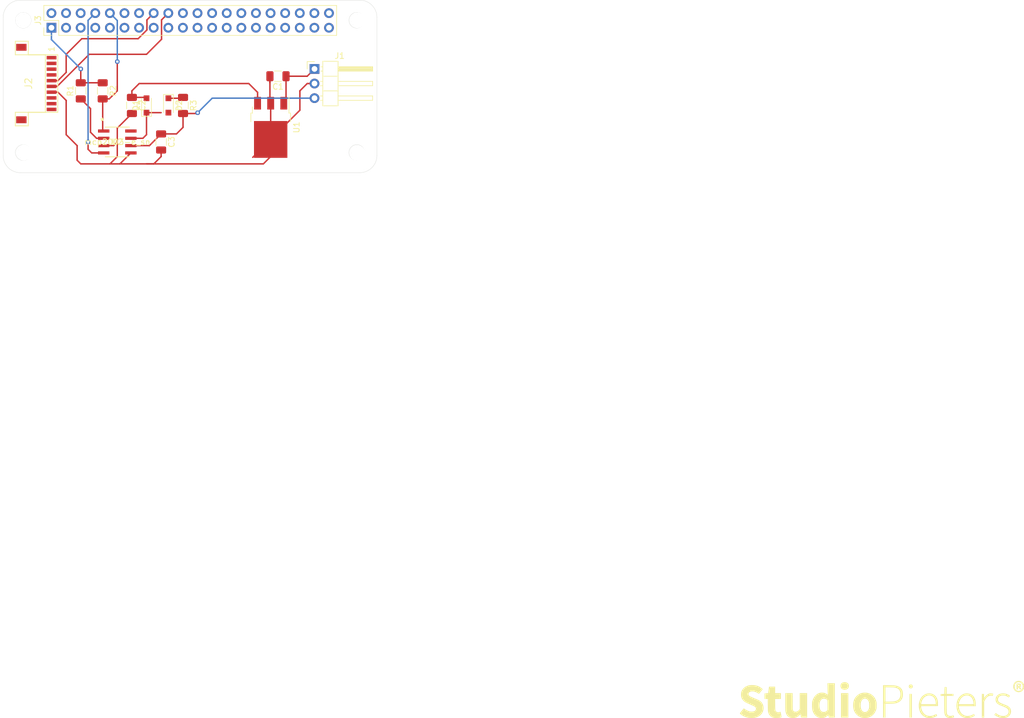
<source format=kicad_pcb>
(kicad_pcb (version 20171130) (host pcbnew "(5.1.9)-1")

  (general
    (thickness 1.6)
    (drawings 45)
    (tracks 97)
    (zones 0)
    (modules 18)
    (nets 56)
  )

  (page A4)
  (title_block
    (title "Raspberry Pi® Zero W - Hat Template")
    (date 2018-12-28)
    (rev 1.0.8)
    (company StudioPieters®)
    (comment 1 https://www.studiopieters.nl)
  )

  (layers
    (0 F.Cu signal)
    (31 B.Cu signal)
    (32 B.Adhes user)
    (33 F.Adhes user)
    (34 B.Paste user)
    (35 F.Paste user)
    (36 B.SilkS user)
    (37 F.SilkS user)
    (38 B.Mask user)
    (39 F.Mask user)
    (40 Dwgs.User user hide)
    (41 Cmts.User user)
    (42 Eco1.User user)
    (43 Eco2.User user)
    (44 Edge.Cuts user)
    (45 Margin user)
    (46 B.CrtYd user)
    (47 F.CrtYd user)
    (48 B.Fab user)
    (49 F.Fab user)
  )

  (setup
    (last_trace_width 0.25)
    (trace_clearance 0.2)
    (zone_clearance 0.508)
    (zone_45_only no)
    (trace_min 0.2)
    (via_size 0.8)
    (via_drill 0.4)
    (via_min_size 0.4)
    (via_min_drill 0.3)
    (uvia_size 0.3)
    (uvia_drill 0.1)
    (uvias_allowed no)
    (uvia_min_size 0.2)
    (uvia_min_drill 0.1)
    (edge_width 0.05)
    (segment_width 0.2)
    (pcb_text_width 0.3)
    (pcb_text_size 1.5 1.5)
    (mod_edge_width 0.12)
    (mod_text_size 1 1)
    (mod_text_width 0.15)
    (pad_size 1.524 1.524)
    (pad_drill 0.762)
    (pad_to_mask_clearance 0.051)
    (solder_mask_min_width 0.25)
    (aux_axis_origin 0 0)
    (visible_elements 7FFFFFFF)
    (pcbplotparams
      (layerselection 0x010fc_ffffffff)
      (usegerberextensions false)
      (usegerberattributes false)
      (usegerberadvancedattributes false)
      (creategerberjobfile false)
      (excludeedgelayer true)
      (linewidth 0.100000)
      (plotframeref false)
      (viasonmask false)
      (mode 1)
      (useauxorigin false)
      (hpglpennumber 1)
      (hpglpenspeed 20)
      (hpglpendiameter 15.000000)
      (psnegative false)
      (psa4output false)
      (plotreference true)
      (plotvalue true)
      (plotinvisibletext false)
      (padsonsilk false)
      (subtractmaskfromsilk false)
      (outputformat 1)
      (mirror false)
      (drillshape 1)
      (scaleselection 1)
      (outputdirectory ""))
  )

  (net 0 "")
  (net 1 GND)
  (net 2 +24V)
  (net 3 +12V)
  (net 4 LINBUS)
  (net 5 "Net-(D1-Pad1)")
  (net 6 "Net-(D2-Pad1)")
  (net 7 "Net-(J2-Pad1)")
  (net 8 "Net-(J2-Pad2)")
  (net 9 "Net-(J2-Pad3)")
  (net 10 "Net-(J2-Pad4)")
  (net 11 Bup)
  (net 12 Bdown)
  (net 13 "Net-(J2-Pad8)")
  (net 14 "Net-(J2-Pad9)")
  (net 15 "Net-(J2-Pad10)")
  (net 16 "Net-(J3-Pad40)")
  (net 17 "Net-(J3-Pad39)")
  (net 18 "Net-(J3-Pad38)")
  (net 19 "Net-(J3-Pad37)")
  (net 20 "Net-(J3-Pad36)")
  (net 21 "Net-(J3-Pad35)")
  (net 22 "Net-(J3-Pad34)")
  (net 23 "Net-(J3-Pad33)")
  (net 24 "Net-(J3-Pad32)")
  (net 25 "Net-(J3-Pad31)")
  (net 26 "Net-(J3-Pad30)")
  (net 27 "Net-(J3-Pad29)")
  (net 28 "Net-(J3-Pad28)")
  (net 29 "Net-(J3-Pad27)")
  (net 30 "Net-(J3-Pad26)")
  (net 31 "Net-(J3-Pad25)")
  (net 32 "Net-(J3-Pad24)")
  (net 33 "Net-(J3-Pad23)")
  (net 34 "Net-(J3-Pad22)")
  (net 35 "Net-(J3-Pad21)")
  (net 36 "Net-(J3-Pad20)")
  (net 37 "Net-(J3-Pad19)")
  (net 38 "Net-(J3-Pad17)")
  (net 39 "Net-(J3-Pad15)")
  (net 40 "Net-(J3-Pad14)")
  (net 41 "Net-(J3-Pad13)")
  (net 42 "Net-(J3-Pad12)")
  (net 43 "Net-(J3-Pad11)")
  (net 44 "Net-(J3-Pad10)")
  (net 45 "Net-(J3-Pad9)")
  (net 46 "Net-(J3-Pad8)")
  (net 47 "Net-(J3-Pad7)")
  (net 48 "Net-(J3-Pad6)")
  (net 49 "Net-(J3-Pad5)")
  (net 50 "Net-(J3-Pad4)")
  (net 51 "Net-(J3-Pad3)")
  (net 52 "Net-(J3-Pad2)")
  (net 53 +3V3)
  (net 54 "Net-(R1-Pad1)")
  (net 55 "Net-(U2-Pad8)")

  (net_class Default "This is the default net class."
    (clearance 0.2)
    (trace_width 0.25)
    (via_dia 0.8)
    (via_drill 0.4)
    (uvia_dia 0.3)
    (uvia_drill 0.1)
    (add_net +12V)
    (add_net +24V)
    (add_net +3V3)
    (add_net Bdown)
    (add_net Bup)
    (add_net GND)
    (add_net LINBUS)
    (add_net "Net-(D1-Pad1)")
    (add_net "Net-(D2-Pad1)")
    (add_net "Net-(J2-Pad1)")
    (add_net "Net-(J2-Pad10)")
    (add_net "Net-(J2-Pad2)")
    (add_net "Net-(J2-Pad3)")
    (add_net "Net-(J2-Pad4)")
    (add_net "Net-(J2-Pad8)")
    (add_net "Net-(J2-Pad9)")
    (add_net "Net-(J3-Pad10)")
    (add_net "Net-(J3-Pad11)")
    (add_net "Net-(J3-Pad12)")
    (add_net "Net-(J3-Pad13)")
    (add_net "Net-(J3-Pad14)")
    (add_net "Net-(J3-Pad15)")
    (add_net "Net-(J3-Pad17)")
    (add_net "Net-(J3-Pad19)")
    (add_net "Net-(J3-Pad2)")
    (add_net "Net-(J3-Pad20)")
    (add_net "Net-(J3-Pad21)")
    (add_net "Net-(J3-Pad22)")
    (add_net "Net-(J3-Pad23)")
    (add_net "Net-(J3-Pad24)")
    (add_net "Net-(J3-Pad25)")
    (add_net "Net-(J3-Pad26)")
    (add_net "Net-(J3-Pad27)")
    (add_net "Net-(J3-Pad28)")
    (add_net "Net-(J3-Pad29)")
    (add_net "Net-(J3-Pad3)")
    (add_net "Net-(J3-Pad30)")
    (add_net "Net-(J3-Pad31)")
    (add_net "Net-(J3-Pad32)")
    (add_net "Net-(J3-Pad33)")
    (add_net "Net-(J3-Pad34)")
    (add_net "Net-(J3-Pad35)")
    (add_net "Net-(J3-Pad36)")
    (add_net "Net-(J3-Pad37)")
    (add_net "Net-(J3-Pad38)")
    (add_net "Net-(J3-Pad39)")
    (add_net "Net-(J3-Pad4)")
    (add_net "Net-(J3-Pad40)")
    (add_net "Net-(J3-Pad5)")
    (add_net "Net-(J3-Pad6)")
    (add_net "Net-(J3-Pad7)")
    (add_net "Net-(J3-Pad8)")
    (add_net "Net-(J3-Pad9)")
    (add_net "Net-(R1-Pad1)")
    (add_net "Net-(U2-Pad8)")
  )

  (module rasp_lin:mcp2003-e&slash_sn (layer F.Cu) (tedit 0) (tstamp 5F2B7CC7)
    (at 69.85 73.66)
    (path /5F3993E9)
    (fp_text reference U2 (at 0 0) (layer F.SilkS)
      (effects (font (size 1 1) (thickness 0.15)))
    )
    (fp_text value mcp2003-e_sn (at 0 0) (layer F.SilkS)
      (effects (font (size 1 1) (thickness 0.15)))
    )
    (fp_line (start -2.2098 2.4384) (end -3.6068 2.4384) (layer F.CrtYd) (width 0.1524))
    (fp_line (start -2.2098 2.7051) (end -2.2098 2.4384) (layer F.CrtYd) (width 0.1524))
    (fp_line (start 2.2098 2.7051) (end -2.2098 2.7051) (layer F.CrtYd) (width 0.1524))
    (fp_line (start 2.2098 2.4384) (end 2.2098 2.7051) (layer F.CrtYd) (width 0.1524))
    (fp_line (start 3.6068 2.4384) (end 2.2098 2.4384) (layer F.CrtYd) (width 0.1524))
    (fp_line (start 3.6068 -2.4384) (end 3.6068 2.4384) (layer F.CrtYd) (width 0.1524))
    (fp_line (start 2.2098 -2.4384) (end 3.6068 -2.4384) (layer F.CrtYd) (width 0.1524))
    (fp_line (start 2.2098 -2.7051) (end 2.2098 -2.4384) (layer F.CrtYd) (width 0.1524))
    (fp_line (start -2.2098 -2.7051) (end 2.2098 -2.7051) (layer F.CrtYd) (width 0.1524))
    (fp_line (start -2.2098 -2.4384) (end -2.2098 -2.7051) (layer F.CrtYd) (width 0.1524))
    (fp_line (start -3.6068 -2.4384) (end -2.2098 -2.4384) (layer F.CrtYd) (width 0.1524))
    (fp_line (start -3.6068 2.4384) (end -3.6068 -2.4384) (layer F.CrtYd) (width 0.1524))
    (fp_line (start -1.9558 -2.4511) (end -1.9558 2.4511) (layer F.Fab) (width 0.1524))
    (fp_line (start 1.9558 -2.4511) (end -1.9558 -2.4511) (layer F.Fab) (width 0.1524))
    (fp_line (start 1.9558 2.4511) (end 1.9558 -2.4511) (layer F.Fab) (width 0.1524))
    (fp_line (start -1.9558 2.4511) (end 1.9558 2.4511) (layer F.Fab) (width 0.1524))
    (fp_line (start 2.0828 -2.5781) (end -2.0828 -2.5781) (layer F.SilkS) (width 0.1524))
    (fp_line (start -2.0828 2.5781) (end 2.0828 2.5781) (layer F.SilkS) (width 0.1524))
    (fp_line (start 2.9972 -2.159) (end 1.9558 -2.159) (layer F.Fab) (width 0.1524))
    (fp_line (start 2.9972 -1.651) (end 2.9972 -2.159) (layer F.Fab) (width 0.1524))
    (fp_line (start 1.9558 -1.651) (end 2.9972 -1.651) (layer F.Fab) (width 0.1524))
    (fp_line (start 1.9558 -2.159) (end 1.9558 -1.651) (layer F.Fab) (width 0.1524))
    (fp_line (start 2.9972 -0.889) (end 1.9558 -0.889) (layer F.Fab) (width 0.1524))
    (fp_line (start 2.9972 -0.381) (end 2.9972 -0.889) (layer F.Fab) (width 0.1524))
    (fp_line (start 1.9558 -0.381) (end 2.9972 -0.381) (layer F.Fab) (width 0.1524))
    (fp_line (start 1.9558 -0.889) (end 1.9558 -0.381) (layer F.Fab) (width 0.1524))
    (fp_line (start 2.9972 0.381) (end 1.9558 0.381) (layer F.Fab) (width 0.1524))
    (fp_line (start 2.9972 0.889) (end 2.9972 0.381) (layer F.Fab) (width 0.1524))
    (fp_line (start 1.9558 0.889) (end 2.9972 0.889) (layer F.Fab) (width 0.1524))
    (fp_line (start 1.9558 0.381) (end 1.9558 0.889) (layer F.Fab) (width 0.1524))
    (fp_line (start 2.9972 1.651) (end 1.9558 1.651) (layer F.Fab) (width 0.1524))
    (fp_line (start 2.9972 2.159) (end 2.9972 1.651) (layer F.Fab) (width 0.1524))
    (fp_line (start 1.9558 2.159) (end 2.9972 2.159) (layer F.Fab) (width 0.1524))
    (fp_line (start 1.9558 1.651) (end 1.9558 2.159) (layer F.Fab) (width 0.1524))
    (fp_line (start -2.9972 2.159) (end -1.9558 2.159) (layer F.Fab) (width 0.1524))
    (fp_line (start -2.9972 1.651) (end -2.9972 2.159) (layer F.Fab) (width 0.1524))
    (fp_line (start -1.9558 1.651) (end -2.9972 1.651) (layer F.Fab) (width 0.1524))
    (fp_line (start -1.9558 2.159) (end -1.9558 1.651) (layer F.Fab) (width 0.1524))
    (fp_line (start -2.9972 0.889) (end -1.9558 0.889) (layer F.Fab) (width 0.1524))
    (fp_line (start -2.9972 0.381) (end -2.9972 0.889) (layer F.Fab) (width 0.1524))
    (fp_line (start -1.9558 0.381) (end -2.9972 0.381) (layer F.Fab) (width 0.1524))
    (fp_line (start -1.9558 0.889) (end -1.9558 0.381) (layer F.Fab) (width 0.1524))
    (fp_line (start -2.9972 -0.381) (end -1.9558 -0.381) (layer F.Fab) (width 0.1524))
    (fp_line (start -2.9972 -0.889) (end -2.9972 -0.381) (layer F.Fab) (width 0.1524))
    (fp_line (start -1.9558 -0.889) (end -2.9972 -0.889) (layer F.Fab) (width 0.1524))
    (fp_line (start -1.9558 -0.381) (end -1.9558 -0.889) (layer F.Fab) (width 0.1524))
    (fp_line (start -2.9972 -1.651) (end -1.9558 -1.651) (layer F.Fab) (width 0.1524))
    (fp_line (start -2.9972 -2.159) (end -2.9972 -1.651) (layer F.Fab) (width 0.1524))
    (fp_line (start -1.9558 -2.159) (end -2.9972 -2.159) (layer F.Fab) (width 0.1524))
    (fp_line (start -1.9558 -1.651) (end -1.9558 -2.159) (layer F.Fab) (width 0.1524))
    (fp_text user "Copyright 2016 Accelerated Designs. All rights reserved." (at 0 0) (layer Cmts.User)
      (effects (font (size 0.127 0.127) (thickness 0.002)))
    )
    (fp_text user * (at -2.6162 -3.6068) (layer F.SilkS)
      (effects (font (size 1 1) (thickness 0.15)))
    )
    (fp_text user * (at -1.5748 -2.3749) (layer F.Fab)
      (effects (font (size 1 1) (thickness 0.15)))
    )
    (fp_text user 0.05in/1.27mm (at -5.4102 -1.27) (layer Dwgs.User)
      (effects (font (size 1 1) (thickness 0.15)))
    )
    (fp_text user 0.022in/0.559mm (at 5.4102 -1.905) (layer Dwgs.User)
      (effects (font (size 1 1) (thickness 0.15)))
    )
    (fp_text user 0.186in/4.724mm (at 0 -4.8641) (layer Dwgs.User)
      (effects (font (size 1 1) (thickness 0.15)))
    )
    (fp_text user 0.078in/1.981mm (at -2.3622 4.8641) (layer Dwgs.User)
      (effects (font (size 1 1) (thickness 0.15)))
    )
    (fp_text user * (at -2.6162 -3.6068) (layer F.SilkS)
      (effects (font (size 1 1) (thickness 0.15)))
    )
    (fp_text user * (at -1.5748 -2.3749) (layer F.Fab)
      (effects (font (size 1 1) (thickness 0.15)))
    )
    (fp_arc (start 0 -2.4511) (end 0.3048 -2.4511) (angle 180) (layer F.Fab) (width 0.1524))
    (pad 1 smd rect (at -2.3622 -1.905) (size 1.9812 0.5588) (layers F.Cu F.Paste F.Mask)
      (net 44 "Net-(J3-Pad10)"))
    (pad 2 smd rect (at -2.3622 -0.635) (size 1.9812 0.5588) (layers F.Cu F.Paste F.Mask)
      (net 54 "Net-(R1-Pad1)"))
    (pad 3 smd rect (at -2.3622 0.635) (size 1.9812 0.5588) (layers F.Cu F.Paste F.Mask)
      (net 1 GND))
    (pad 4 smd rect (at -2.3622 1.905) (size 1.9812 0.5588) (layers F.Cu F.Paste F.Mask)
      (net 46 "Net-(J3-Pad8)"))
    (pad 5 smd rect (at 2.3622 1.905) (size 1.9812 0.5588) (layers F.Cu F.Paste F.Mask)
      (net 1 GND))
    (pad 6 smd rect (at 2.3622 0.635) (size 1.9812 0.5588) (layers F.Cu F.Paste F.Mask)
      (net 4 LINBUS))
    (pad 7 smd rect (at 2.3622 -0.635) (size 1.9812 0.5588) (layers F.Cu F.Paste F.Mask)
      (net 5 "Net-(D1-Pad1)"))
    (pad 8 smd rect (at 2.3622 -1.905) (size 1.9812 0.5588) (layers F.Cu F.Paste F.Mask)
      (net 55 "Net-(U2-Pad8)"))
  )

  (module Package_TO_SOT_SMD:TO-252-3_TabPin2 (layer F.Cu) (tedit 5A70F30B) (tstamp 5F2B7C7F)
    (at 96.52 71.12 270)
    (descr "TO-252 / DPAK SMD package, http://www.infineon.com/cms/en/product/packages/PG-TO252/PG-TO252-3-1/")
    (tags "DPAK TO-252 DPAK-3 TO-252-3 SOT-428")
    (path /5A836DF1)
    (attr smd)
    (fp_text reference U1 (at 0 -4.5 90) (layer F.SilkS)
      (effects (font (size 1 1) (thickness 0.15)))
    )
    (fp_text value L7812 (at 0 4.5 90) (layer F.Fab)
      (effects (font (size 1 1) (thickness 0.15)))
    )
    (fp_line (start 5.55 -3.5) (end -5.55 -3.5) (layer F.CrtYd) (width 0.05))
    (fp_line (start 5.55 3.5) (end 5.55 -3.5) (layer F.CrtYd) (width 0.05))
    (fp_line (start -5.55 3.5) (end 5.55 3.5) (layer F.CrtYd) (width 0.05))
    (fp_line (start -5.55 -3.5) (end -5.55 3.5) (layer F.CrtYd) (width 0.05))
    (fp_line (start -2.47 3.18) (end -3.57 3.18) (layer F.SilkS) (width 0.12))
    (fp_line (start -2.47 3.45) (end -2.47 3.18) (layer F.SilkS) (width 0.12))
    (fp_line (start -0.97 3.45) (end -2.47 3.45) (layer F.SilkS) (width 0.12))
    (fp_line (start -2.47 -3.18) (end -5.3 -3.18) (layer F.SilkS) (width 0.12))
    (fp_line (start -2.47 -3.45) (end -2.47 -3.18) (layer F.SilkS) (width 0.12))
    (fp_line (start -0.97 -3.45) (end -2.47 -3.45) (layer F.SilkS) (width 0.12))
    (fp_line (start -4.97 2.655) (end -2.27 2.655) (layer F.Fab) (width 0.1))
    (fp_line (start -4.97 1.905) (end -4.97 2.655) (layer F.Fab) (width 0.1))
    (fp_line (start -2.27 1.905) (end -4.97 1.905) (layer F.Fab) (width 0.1))
    (fp_line (start -4.97 0.375) (end -2.27 0.375) (layer F.Fab) (width 0.1))
    (fp_line (start -4.97 -0.375) (end -4.97 0.375) (layer F.Fab) (width 0.1))
    (fp_line (start -2.27 -0.375) (end -4.97 -0.375) (layer F.Fab) (width 0.1))
    (fp_line (start -4.97 -1.905) (end -2.27 -1.905) (layer F.Fab) (width 0.1))
    (fp_line (start -4.97 -2.655) (end -4.97 -1.905) (layer F.Fab) (width 0.1))
    (fp_line (start -1.865 -2.655) (end -4.97 -2.655) (layer F.Fab) (width 0.1))
    (fp_line (start -1.27 -3.25) (end 3.95 -3.25) (layer F.Fab) (width 0.1))
    (fp_line (start -2.27 -2.25) (end -1.27 -3.25) (layer F.Fab) (width 0.1))
    (fp_line (start -2.27 3.25) (end -2.27 -2.25) (layer F.Fab) (width 0.1))
    (fp_line (start 3.95 3.25) (end -2.27 3.25) (layer F.Fab) (width 0.1))
    (fp_line (start 3.95 -3.25) (end 3.95 3.25) (layer F.Fab) (width 0.1))
    (fp_line (start 4.95 2.7) (end 3.95 2.7) (layer F.Fab) (width 0.1))
    (fp_line (start 4.95 -2.7) (end 4.95 2.7) (layer F.Fab) (width 0.1))
    (fp_line (start 3.95 -2.7) (end 4.95 -2.7) (layer F.Fab) (width 0.1))
    (fp_text user %R (at 0 0 90) (layer F.Fab)
      (effects (font (size 1 1) (thickness 0.15)))
    )
    (pad "" smd rect (at 0.425 1.525 270) (size 3.05 2.75) (layers F.Paste))
    (pad "" smd rect (at 3.775 -1.525 270) (size 3.05 2.75) (layers F.Paste))
    (pad "" smd rect (at 0.425 -1.525 270) (size 3.05 2.75) (layers F.Paste))
    (pad "" smd rect (at 3.775 1.525 270) (size 3.05 2.75) (layers F.Paste))
    (pad 2 smd rect (at 2.1 0 270) (size 6.4 5.8) (layers F.Cu F.Mask)
      (net 1 GND))
    (pad 3 smd rect (at -4.2 2.28 270) (size 2.2 1.2) (layers F.Cu F.Paste F.Mask)
      (net 3 +12V))
    (pad 2 smd rect (at -4.2 0 270) (size 2.2 1.2) (layers F.Cu F.Paste F.Mask)
      (net 1 GND))
    (pad 1 smd rect (at -4.2 -2.28 270) (size 2.2 1.2) (layers F.Cu F.Paste F.Mask)
      (net 2 +24V))
    (model ${KISYS3DMOD}/Package_TO_SOT_SMD.3dshapes/TO-252-3_TabPin2.wrl
      (at (xyz 0 0 0))
      (scale (xyz 1 1 1))
      (rotate (xyz 0 0 0))
    )
  )

  (module Resistor_SMD:R_1206_3216Metric (layer F.Cu) (tedit 5B301BBD) (tstamp 5F2B7C57)
    (at 81.28 67.31 270)
    (descr "Resistor SMD 1206 (3216 Metric), square (rectangular) end terminal, IPC_7351 nominal, (Body size source: http://www.tortai-tech.com/upload/download/2011102023233369053.pdf), generated with kicad-footprint-generator")
    (tags resistor)
    (path /5A8396C7)
    (attr smd)
    (fp_text reference R3 (at 0 -1.82 90) (layer F.SilkS)
      (effects (font (size 1 1) (thickness 0.15)))
    )
    (fp_text value 1k (at 0 1.82 90) (layer F.Fab)
      (effects (font (size 1 1) (thickness 0.15)))
    )
    (fp_line (start 2.28 1.12) (end -2.28 1.12) (layer F.CrtYd) (width 0.05))
    (fp_line (start 2.28 -1.12) (end 2.28 1.12) (layer F.CrtYd) (width 0.05))
    (fp_line (start -2.28 -1.12) (end 2.28 -1.12) (layer F.CrtYd) (width 0.05))
    (fp_line (start -2.28 1.12) (end -2.28 -1.12) (layer F.CrtYd) (width 0.05))
    (fp_line (start -0.602064 0.91) (end 0.602064 0.91) (layer F.SilkS) (width 0.12))
    (fp_line (start -0.602064 -0.91) (end 0.602064 -0.91) (layer F.SilkS) (width 0.12))
    (fp_line (start 1.6 0.8) (end -1.6 0.8) (layer F.Fab) (width 0.1))
    (fp_line (start 1.6 -0.8) (end 1.6 0.8) (layer F.Fab) (width 0.1))
    (fp_line (start -1.6 -0.8) (end 1.6 -0.8) (layer F.Fab) (width 0.1))
    (fp_line (start -1.6 0.8) (end -1.6 -0.8) (layer F.Fab) (width 0.1))
    (fp_text user %R (at 0 0 90) (layer F.Fab)
      (effects (font (size 0.8 0.8) (thickness 0.12)))
    )
    (pad 2 smd roundrect (at 1.4 0 270) (size 1.25 1.75) (layers F.Cu F.Paste F.Mask) (roundrect_rratio 0.2)
      (net 4 LINBUS))
    (pad 1 smd roundrect (at -1.4 0 270) (size 1.25 1.75) (layers F.Cu F.Paste F.Mask) (roundrect_rratio 0.2)
      (net 6 "Net-(D2-Pad1)"))
    (model ${KISYS3DMOD}/Resistor_SMD.3dshapes/R_1206_3216Metric.wrl
      (at (xyz 0 0 0))
      (scale (xyz 1 1 1))
      (rotate (xyz 0 0 0))
    )
  )

  (module Resistor_SMD:R_1206_3216Metric (layer F.Cu) (tedit 5B301BBD) (tstamp 5F2B7C46)
    (at 67.31 64.77 270)
    (descr "Resistor SMD 1206 (3216 Metric), square (rectangular) end terminal, IPC_7351 nominal, (Body size source: http://www.tortai-tech.com/upload/download/2011102023233369053.pdf), generated with kicad-footprint-generator")
    (tags resistor)
    (path /5A8362EA)
    (attr smd)
    (fp_text reference R2 (at 0 -1.82 90) (layer F.SilkS)
      (effects (font (size 1 1) (thickness 0.15)))
    )
    (fp_text value 4.7k (at 0 1.82 90) (layer F.Fab)
      (effects (font (size 1 1) (thickness 0.15)))
    )
    (fp_line (start 2.28 1.12) (end -2.28 1.12) (layer F.CrtYd) (width 0.05))
    (fp_line (start 2.28 -1.12) (end 2.28 1.12) (layer F.CrtYd) (width 0.05))
    (fp_line (start -2.28 -1.12) (end 2.28 -1.12) (layer F.CrtYd) (width 0.05))
    (fp_line (start -2.28 1.12) (end -2.28 -1.12) (layer F.CrtYd) (width 0.05))
    (fp_line (start -0.602064 0.91) (end 0.602064 0.91) (layer F.SilkS) (width 0.12))
    (fp_line (start -0.602064 -0.91) (end 0.602064 -0.91) (layer F.SilkS) (width 0.12))
    (fp_line (start 1.6 0.8) (end -1.6 0.8) (layer F.Fab) (width 0.1))
    (fp_line (start 1.6 -0.8) (end 1.6 0.8) (layer F.Fab) (width 0.1))
    (fp_line (start -1.6 -0.8) (end 1.6 -0.8) (layer F.Fab) (width 0.1))
    (fp_line (start -1.6 0.8) (end -1.6 -0.8) (layer F.Fab) (width 0.1))
    (fp_text user %R (at 0 0 90) (layer F.Fab)
      (effects (font (size 0.8 0.8) (thickness 0.12)))
    )
    (pad 2 smd roundrect (at 1.4 0 270) (size 1.25 1.75) (layers F.Cu F.Paste F.Mask) (roundrect_rratio 0.2)
      (net 44 "Net-(J3-Pad10)"))
    (pad 1 smd roundrect (at -1.4 0 270) (size 1.25 1.75) (layers F.Cu F.Paste F.Mask) (roundrect_rratio 0.2)
      (net 53 +3V3))
    (model ${KISYS3DMOD}/Resistor_SMD.3dshapes/R_1206_3216Metric.wrl
      (at (xyz 0 0 0))
      (scale (xyz 1 1 1))
      (rotate (xyz 0 0 0))
    )
  )

  (module Resistor_SMD:R_1206_3216Metric (layer F.Cu) (tedit 5B301BBD) (tstamp 5F2B7C35)
    (at 63.5 64.77 90)
    (descr "Resistor SMD 1206 (3216 Metric), square (rectangular) end terminal, IPC_7351 nominal, (Body size source: http://www.tortai-tech.com/upload/download/2011102023233369053.pdf), generated with kicad-footprint-generator")
    (tags resistor)
    (path /5A836716)
    (attr smd)
    (fp_text reference R1 (at 0 -1.82 90) (layer F.SilkS)
      (effects (font (size 1 1) (thickness 0.15)))
    )
    (fp_text value 4.7k (at 0 1.82 90) (layer F.Fab)
      (effects (font (size 1 1) (thickness 0.15)))
    )
    (fp_line (start 2.28 1.12) (end -2.28 1.12) (layer F.CrtYd) (width 0.05))
    (fp_line (start 2.28 -1.12) (end 2.28 1.12) (layer F.CrtYd) (width 0.05))
    (fp_line (start -2.28 -1.12) (end 2.28 -1.12) (layer F.CrtYd) (width 0.05))
    (fp_line (start -2.28 1.12) (end -2.28 -1.12) (layer F.CrtYd) (width 0.05))
    (fp_line (start -0.602064 0.91) (end 0.602064 0.91) (layer F.SilkS) (width 0.12))
    (fp_line (start -0.602064 -0.91) (end 0.602064 -0.91) (layer F.SilkS) (width 0.12))
    (fp_line (start 1.6 0.8) (end -1.6 0.8) (layer F.Fab) (width 0.1))
    (fp_line (start 1.6 -0.8) (end 1.6 0.8) (layer F.Fab) (width 0.1))
    (fp_line (start -1.6 -0.8) (end 1.6 -0.8) (layer F.Fab) (width 0.1))
    (fp_line (start -1.6 0.8) (end -1.6 -0.8) (layer F.Fab) (width 0.1))
    (fp_text user %R (at 0 0 90) (layer F.Fab)
      (effects (font (size 0.8 0.8) (thickness 0.12)))
    )
    (pad 2 smd roundrect (at 1.4 0 90) (size 1.25 1.75) (layers F.Cu F.Paste F.Mask) (roundrect_rratio 0.2)
      (net 53 +3V3))
    (pad 1 smd roundrect (at -1.4 0 90) (size 1.25 1.75) (layers F.Cu F.Paste F.Mask) (roundrect_rratio 0.2)
      (net 54 "Net-(R1-Pad1)"))
    (model ${KISYS3DMOD}/Resistor_SMD.3dshapes/R_1206_3216Metric.wrl
      (at (xyz 0 0 0))
      (scale (xyz 1 1 1))
      (rotate (xyz 0 0 0))
    )
  )

  (module "rasp_lin:TE FFC_10 Footprint" (layer F.Cu) (tedit 5AA568A7) (tstamp 5F2B7BE7)
    (at 58.42 63.5 270)
    (path /5AA53CE2)
    (fp_text reference J2 (at 0 4 90) (layer F.SilkS)
      (effects (font (size 1.2 1.2) (thickness 0.15)))
    )
    (fp_text value FFC (at 0 8 90) (layer F.Fab)
      (effects (font (size 1.2 1.2) (thickness 0.15)))
    )
    (fp_line (start 5 4.05) (end 5 -1.075) (layer F.SilkS) (width 0.15))
    (fp_line (start -5 4.05) (end -5 -1.075) (layer F.SilkS) (width 0.15))
    (fp_line (start 7.35 4.05) (end 5 4.05) (layer F.SilkS) (width 0.15))
    (fp_line (start -7.35 4.05) (end -5 4.05) (layer F.SilkS) (width 0.15))
    (fp_line (start 7.35 6.3) (end 7.35 4.05) (layer F.SilkS) (width 0.15))
    (fp_line (start -7.35 6.3) (end -7.35 4.05) (layer F.SilkS) (width 0.15))
    (fp_line (start 5 6.3) (end 7.35 6.3) (layer F.SilkS) (width 0.15))
    (fp_line (start -5 6.3) (end -7.35 6.3) (layer F.SilkS) (width 0.15))
    (fp_line (start 5 1.075) (end 5 6.3) (layer F.SilkS) (width 0.15))
    (fp_line (start -5 1.075) (end -5 6.3) (layer F.SilkS) (width 0.15))
    (fp_line (start -5 1.075) (end 5 1.075) (layer F.SilkS) (width 0.15))
    (fp_line (start -5 -1.075) (end 5 -1.075) (layer F.SilkS) (width 0.15))
    (fp_text user 1 (at -6 0 90) (layer F.SilkS)
      (effects (font (size 1 1) (thickness 0.15)))
    )
    (pad 1 smd rect (at -4.5 0 270) (size 0.6 1.7) (layers F.Cu F.Paste F.Mask)
      (net 7 "Net-(J2-Pad1)"))
    (pad 2 smd rect (at -3.5 0 270) (size 0.6 1.7) (layers F.Cu F.Paste F.Mask)
      (net 8 "Net-(J2-Pad2)"))
    (pad 3 smd rect (at -2.5 0 270) (size 0.6 1.7) (layers F.Cu F.Paste F.Mask)
      (net 9 "Net-(J2-Pad3)"))
    (pad 4 smd rect (at -1.5 0 270) (size 0.6 1.7) (layers F.Cu F.Paste F.Mask)
      (net 10 "Net-(J2-Pad4)"))
    (pad 5 smd rect (at -0.5 0 270) (size 0.6 1.7) (layers F.Cu F.Paste F.Mask)
      (net 11 Bup))
    (pad 6 smd rect (at 0.5 0 270) (size 0.6 1.7) (layers F.Cu F.Paste F.Mask)
      (net 12 Bdown))
    (pad 7 smd rect (at 1.5 0 270) (size 0.6 1.7) (layers F.Cu F.Paste F.Mask)
      (net 1 GND))
    (pad 8 smd rect (at 2.5 0 270) (size 0.6 1.7) (layers F.Cu F.Paste F.Mask)
      (net 13 "Net-(J2-Pad8)"))
    (pad 9 smd rect (at 3.5 0 270) (size 0.6 1.7) (layers F.Cu F.Paste F.Mask)
      (net 14 "Net-(J2-Pad9)"))
    (pad 10 smd rect (at 4.5 0 270) (size 0.6 1.7) (layers F.Cu F.Paste F.Mask)
      (net 15 "Net-(J2-Pad10)"))
    (pad 0 smd rect (at -6.3 5.25 270) (size 1.2 1.8) (layers F.Cu F.Paste F.Mask))
    (pad 0 smd rect (at 6.3 5.25 270) (size 1.2 1.8) (layers F.Cu F.Paste F.Mask))
  )

  (module rasp_lin:Pin_Header_Angled_1x03_Pitch2.54mm (layer F.Cu) (tedit 59650532) (tstamp 5F2B7BCA)
    (at 104.14 60.96)
    (descr "Through hole angled pin header, 1x03, 2.54mm pitch, 6mm pin length, single row")
    (tags "Through hole angled pin header THT 1x03 2.54mm single row")
    (path /5A83B312)
    (fp_text reference J1 (at 4.385 -2.27) (layer F.SilkS)
      (effects (font (size 1 1) (thickness 0.15)))
    )
    (fp_text value Interface (at 4.385 7.35) (layer F.Fab)
      (effects (font (size 1 1) (thickness 0.15)))
    )
    (fp_line (start 10.55 -1.8) (end -1.8 -1.8) (layer F.CrtYd) (width 0.05))
    (fp_line (start 10.55 6.85) (end 10.55 -1.8) (layer F.CrtYd) (width 0.05))
    (fp_line (start -1.8 6.85) (end 10.55 6.85) (layer F.CrtYd) (width 0.05))
    (fp_line (start -1.8 -1.8) (end -1.8 6.85) (layer F.CrtYd) (width 0.05))
    (fp_line (start -1.27 -1.27) (end 0 -1.27) (layer F.SilkS) (width 0.12))
    (fp_line (start -1.27 0) (end -1.27 -1.27) (layer F.SilkS) (width 0.12))
    (fp_line (start 1.042929 5.46) (end 1.44 5.46) (layer F.SilkS) (width 0.12))
    (fp_line (start 1.042929 4.7) (end 1.44 4.7) (layer F.SilkS) (width 0.12))
    (fp_line (start 10.1 5.46) (end 4.1 5.46) (layer F.SilkS) (width 0.12))
    (fp_line (start 10.1 4.7) (end 10.1 5.46) (layer F.SilkS) (width 0.12))
    (fp_line (start 4.1 4.7) (end 10.1 4.7) (layer F.SilkS) (width 0.12))
    (fp_line (start 1.44 3.81) (end 4.1 3.81) (layer F.SilkS) (width 0.12))
    (fp_line (start 1.042929 2.92) (end 1.44 2.92) (layer F.SilkS) (width 0.12))
    (fp_line (start 1.042929 2.16) (end 1.44 2.16) (layer F.SilkS) (width 0.12))
    (fp_line (start 10.1 2.92) (end 4.1 2.92) (layer F.SilkS) (width 0.12))
    (fp_line (start 10.1 2.16) (end 10.1 2.92) (layer F.SilkS) (width 0.12))
    (fp_line (start 4.1 2.16) (end 10.1 2.16) (layer F.SilkS) (width 0.12))
    (fp_line (start 1.44 1.27) (end 4.1 1.27) (layer F.SilkS) (width 0.12))
    (fp_line (start 1.11 0.38) (end 1.44 0.38) (layer F.SilkS) (width 0.12))
    (fp_line (start 1.11 -0.38) (end 1.44 -0.38) (layer F.SilkS) (width 0.12))
    (fp_line (start 4.1 0.28) (end 10.1 0.28) (layer F.SilkS) (width 0.12))
    (fp_line (start 4.1 0.16) (end 10.1 0.16) (layer F.SilkS) (width 0.12))
    (fp_line (start 4.1 0.04) (end 10.1 0.04) (layer F.SilkS) (width 0.12))
    (fp_line (start 4.1 -0.08) (end 10.1 -0.08) (layer F.SilkS) (width 0.12))
    (fp_line (start 4.1 -0.2) (end 10.1 -0.2) (layer F.SilkS) (width 0.12))
    (fp_line (start 4.1 -0.32) (end 10.1 -0.32) (layer F.SilkS) (width 0.12))
    (fp_line (start 10.1 0.38) (end 4.1 0.38) (layer F.SilkS) (width 0.12))
    (fp_line (start 10.1 -0.38) (end 10.1 0.38) (layer F.SilkS) (width 0.12))
    (fp_line (start 4.1 -0.38) (end 10.1 -0.38) (layer F.SilkS) (width 0.12))
    (fp_line (start 4.1 -1.33) (end 1.44 -1.33) (layer F.SilkS) (width 0.12))
    (fp_line (start 4.1 6.41) (end 4.1 -1.33) (layer F.SilkS) (width 0.12))
    (fp_line (start 1.44 6.41) (end 4.1 6.41) (layer F.SilkS) (width 0.12))
    (fp_line (start 1.44 -1.33) (end 1.44 6.41) (layer F.SilkS) (width 0.12))
    (fp_line (start 4.04 5.4) (end 10.04 5.4) (layer F.Fab) (width 0.1))
    (fp_line (start 10.04 4.76) (end 10.04 5.4) (layer F.Fab) (width 0.1))
    (fp_line (start 4.04 4.76) (end 10.04 4.76) (layer F.Fab) (width 0.1))
    (fp_line (start -0.32 5.4) (end 1.5 5.4) (layer F.Fab) (width 0.1))
    (fp_line (start -0.32 4.76) (end -0.32 5.4) (layer F.Fab) (width 0.1))
    (fp_line (start -0.32 4.76) (end 1.5 4.76) (layer F.Fab) (width 0.1))
    (fp_line (start 4.04 2.86) (end 10.04 2.86) (layer F.Fab) (width 0.1))
    (fp_line (start 10.04 2.22) (end 10.04 2.86) (layer F.Fab) (width 0.1))
    (fp_line (start 4.04 2.22) (end 10.04 2.22) (layer F.Fab) (width 0.1))
    (fp_line (start -0.32 2.86) (end 1.5 2.86) (layer F.Fab) (width 0.1))
    (fp_line (start -0.32 2.22) (end -0.32 2.86) (layer F.Fab) (width 0.1))
    (fp_line (start -0.32 2.22) (end 1.5 2.22) (layer F.Fab) (width 0.1))
    (fp_line (start 4.04 0.32) (end 10.04 0.32) (layer F.Fab) (width 0.1))
    (fp_line (start 10.04 -0.32) (end 10.04 0.32) (layer F.Fab) (width 0.1))
    (fp_line (start 4.04 -0.32) (end 10.04 -0.32) (layer F.Fab) (width 0.1))
    (fp_line (start -0.32 0.32) (end 1.5 0.32) (layer F.Fab) (width 0.1))
    (fp_line (start -0.32 -0.32) (end -0.32 0.32) (layer F.Fab) (width 0.1))
    (fp_line (start -0.32 -0.32) (end 1.5 -0.32) (layer F.Fab) (width 0.1))
    (fp_line (start 1.5 -0.635) (end 2.135 -1.27) (layer F.Fab) (width 0.1))
    (fp_line (start 1.5 6.35) (end 1.5 -0.635) (layer F.Fab) (width 0.1))
    (fp_line (start 4.04 6.35) (end 1.5 6.35) (layer F.Fab) (width 0.1))
    (fp_line (start 4.04 -1.27) (end 4.04 6.35) (layer F.Fab) (width 0.1))
    (fp_line (start 2.135 -1.27) (end 4.04 -1.27) (layer F.Fab) (width 0.1))
    (fp_text user %R (at 2.77 2.54 90) (layer F.Fab)
      (effects (font (size 1 1) (thickness 0.15)))
    )
    (pad 1 thru_hole rect (at 0 0) (size 1.7 1.7) (drill 1) (layers *.Cu *.Mask)
      (net 2 +24V))
    (pad 2 thru_hole oval (at 0 2.54) (size 1.7 1.7) (drill 1) (layers *.Cu *.Mask)
      (net 1 GND))
    (pad 3 thru_hole oval (at 0 5.08) (size 1.7 1.7) (drill 1) (layers *.Cu *.Mask)
      (net 4 LINBUS))
    (model ${KISYS3DMOD}/Pin_Headers.3dshapes/Pin_Header_Angled_1x03_Pitch2.54mm.wrl
      (at (xyz 0 0 0))
      (scale (xyz 1 1 1))
      (rotate (xyz 0 0 0))
    )
  )

  (module rasp_lin:D_SOD-323_HandSoldering (layer F.Cu) (tedit 58641869) (tstamp 5F2B7B8A)
    (at 78.74 67.31 270)
    (descr SOD-323)
    (tags SOD-323)
    (path /5AA0777B)
    (attr smd)
    (fp_text reference D2 (at 0 -1.85 90) (layer F.SilkS)
      (effects (font (size 1 1) (thickness 0.15)))
    )
    (fp_text value 1N4148 (at 0.1 1.9 90) (layer F.Fab)
      (effects (font (size 1 1) (thickness 0.15)))
    )
    (fp_line (start -1.9 -0.85) (end 1.25 -0.85) (layer F.SilkS) (width 0.12))
    (fp_line (start -1.9 0.85) (end 1.25 0.85) (layer F.SilkS) (width 0.12))
    (fp_line (start -2 -0.95) (end -2 0.95) (layer F.CrtYd) (width 0.05))
    (fp_line (start -2 0.95) (end 2 0.95) (layer F.CrtYd) (width 0.05))
    (fp_line (start 2 -0.95) (end 2 0.95) (layer F.CrtYd) (width 0.05))
    (fp_line (start -2 -0.95) (end 2 -0.95) (layer F.CrtYd) (width 0.05))
    (fp_line (start -0.9 -0.7) (end 0.9 -0.7) (layer F.Fab) (width 0.1))
    (fp_line (start 0.9 -0.7) (end 0.9 0.7) (layer F.Fab) (width 0.1))
    (fp_line (start 0.9 0.7) (end -0.9 0.7) (layer F.Fab) (width 0.1))
    (fp_line (start -0.9 0.7) (end -0.9 -0.7) (layer F.Fab) (width 0.1))
    (fp_line (start -0.3 -0.35) (end -0.3 0.35) (layer F.Fab) (width 0.1))
    (fp_line (start -0.3 0) (end -0.5 0) (layer F.Fab) (width 0.1))
    (fp_line (start -0.3 0) (end 0.2 -0.35) (layer F.Fab) (width 0.1))
    (fp_line (start 0.2 -0.35) (end 0.2 0.35) (layer F.Fab) (width 0.1))
    (fp_line (start 0.2 0.35) (end -0.3 0) (layer F.Fab) (width 0.1))
    (fp_line (start 0.2 0) (end 0.45 0) (layer F.Fab) (width 0.1))
    (fp_line (start -1.9 -0.85) (end -1.9 0.85) (layer F.SilkS) (width 0.12))
    (fp_text user %R (at 0 -1.85 90) (layer F.Fab)
      (effects (font (size 1 1) (thickness 0.15)))
    )
    (pad 1 smd rect (at -1.25 0 270) (size 1 1) (layers F.Cu F.Paste F.Mask)
      (net 6 "Net-(D2-Pad1)"))
    (pad 2 smd rect (at 1.25 0 270) (size 1 1) (layers F.Cu F.Paste F.Mask)
      (net 5 "Net-(D1-Pad1)"))
    (model ${KISYS3DMOD}/Diode_SMD.3dshapes/D_SOD-323.wrl
      (at (xyz 0 0 0))
      (scale (xyz 1 1 1))
      (rotate (xyz 0 0 0))
    )
  )

  (module rasp_lin:D_SOD-323_HandSoldering (layer F.Cu) (tedit 58641869) (tstamp 5F2B7B72)
    (at 74.93 67.31 90)
    (descr SOD-323)
    (tags SOD-323)
    (path /5AA07680)
    (attr smd)
    (fp_text reference D1 (at 0 -1.85 90) (layer F.SilkS)
      (effects (font (size 1 1) (thickness 0.15)))
    )
    (fp_text value 1N4148 (at 0.1 1.9 90) (layer F.Fab)
      (effects (font (size 1 1) (thickness 0.15)))
    )
    (fp_line (start -1.9 -0.85) (end 1.25 -0.85) (layer F.SilkS) (width 0.12))
    (fp_line (start -1.9 0.85) (end 1.25 0.85) (layer F.SilkS) (width 0.12))
    (fp_line (start -2 -0.95) (end -2 0.95) (layer F.CrtYd) (width 0.05))
    (fp_line (start -2 0.95) (end 2 0.95) (layer F.CrtYd) (width 0.05))
    (fp_line (start 2 -0.95) (end 2 0.95) (layer F.CrtYd) (width 0.05))
    (fp_line (start -2 -0.95) (end 2 -0.95) (layer F.CrtYd) (width 0.05))
    (fp_line (start -0.9 -0.7) (end 0.9 -0.7) (layer F.Fab) (width 0.1))
    (fp_line (start 0.9 -0.7) (end 0.9 0.7) (layer F.Fab) (width 0.1))
    (fp_line (start 0.9 0.7) (end -0.9 0.7) (layer F.Fab) (width 0.1))
    (fp_line (start -0.9 0.7) (end -0.9 -0.7) (layer F.Fab) (width 0.1))
    (fp_line (start -0.3 -0.35) (end -0.3 0.35) (layer F.Fab) (width 0.1))
    (fp_line (start -0.3 0) (end -0.5 0) (layer F.Fab) (width 0.1))
    (fp_line (start -0.3 0) (end 0.2 -0.35) (layer F.Fab) (width 0.1))
    (fp_line (start 0.2 -0.35) (end 0.2 0.35) (layer F.Fab) (width 0.1))
    (fp_line (start 0.2 0.35) (end -0.3 0) (layer F.Fab) (width 0.1))
    (fp_line (start 0.2 0) (end 0.45 0) (layer F.Fab) (width 0.1))
    (fp_line (start -1.9 -0.85) (end -1.9 0.85) (layer F.SilkS) (width 0.12))
    (fp_text user %R (at 0 -1.85 90) (layer F.Fab)
      (effects (font (size 1 1) (thickness 0.15)))
    )
    (pad 1 smd rect (at -1.25 0 90) (size 1 1) (layers F.Cu F.Paste F.Mask)
      (net 5 "Net-(D1-Pad1)"))
    (pad 2 smd rect (at 1.25 0 90) (size 1 1) (layers F.Cu F.Paste F.Mask)
      (net 3 +12V))
    (model ${KISYS3DMOD}/Diode_SMD.3dshapes/D_SOD-323.wrl
      (at (xyz 0 0 0))
      (scale (xyz 1 1 1))
      (rotate (xyz 0 0 0))
    )
  )

  (module Capacitor_SMD:C_1206_3216Metric (layer F.Cu) (tedit 5B301BBE) (tstamp 5F2B99B8)
    (at 77.47 73.66 270)
    (descr "Capacitor SMD 1206 (3216 Metric), square (rectangular) end terminal, IPC_7351 nominal, (Body size source: http://www.tortai-tech.com/upload/download/2011102023233369053.pdf), generated with kicad-footprint-generator")
    (tags capacitor)
    (path /5A83BE5C)
    (attr smd)
    (fp_text reference C3 (at 0 -1.82 90) (layer F.SilkS)
      (effects (font (size 1 1) (thickness 0.15)))
    )
    (fp_text value 220pF (at 0 1.82 90) (layer F.Fab)
      (effects (font (size 1 1) (thickness 0.15)))
    )
    (fp_line (start 2.28 1.12) (end -2.28 1.12) (layer F.CrtYd) (width 0.05))
    (fp_line (start 2.28 -1.12) (end 2.28 1.12) (layer F.CrtYd) (width 0.05))
    (fp_line (start -2.28 -1.12) (end 2.28 -1.12) (layer F.CrtYd) (width 0.05))
    (fp_line (start -2.28 1.12) (end -2.28 -1.12) (layer F.CrtYd) (width 0.05))
    (fp_line (start -0.602064 0.91) (end 0.602064 0.91) (layer F.SilkS) (width 0.12))
    (fp_line (start -0.602064 -0.91) (end 0.602064 -0.91) (layer F.SilkS) (width 0.12))
    (fp_line (start 1.6 0.8) (end -1.6 0.8) (layer F.Fab) (width 0.1))
    (fp_line (start 1.6 -0.8) (end 1.6 0.8) (layer F.Fab) (width 0.1))
    (fp_line (start -1.6 -0.8) (end 1.6 -0.8) (layer F.Fab) (width 0.1))
    (fp_line (start -1.6 0.8) (end -1.6 -0.8) (layer F.Fab) (width 0.1))
    (fp_text user %R (at 0 0 90) (layer F.Fab)
      (effects (font (size 0.8 0.8) (thickness 0.12)))
    )
    (pad 2 smd roundrect (at 1.4 0 270) (size 1.25 1.75) (layers F.Cu F.Paste F.Mask) (roundrect_rratio 0.2)
      (net 1 GND))
    (pad 1 smd roundrect (at -1.4 0 270) (size 1.25 1.75) (layers F.Cu F.Paste F.Mask) (roundrect_rratio 0.2)
      (net 4 LINBUS))
    (model ${KISYS3DMOD}/Capacitor_SMD.3dshapes/C_1206_3216Metric.wrl
      (at (xyz 0 0 0))
      (scale (xyz 1 1 1))
      (rotate (xyz 0 0 0))
    )
  )

  (module Capacitor_SMD:C_1206_3216Metric (layer F.Cu) (tedit 5B301BBE) (tstamp 5F2B7B49)
    (at 72.39 67.31 270)
    (descr "Capacitor SMD 1206 (3216 Metric), square (rectangular) end terminal, IPC_7351 nominal, (Body size source: http://www.tortai-tech.com/upload/download/2011102023233369053.pdf), generated with kicad-footprint-generator")
    (tags capacitor)
    (path /5A83733B)
    (attr smd)
    (fp_text reference C2 (at 0 -1.82 90) (layer F.SilkS)
      (effects (font (size 1 1) (thickness 0.15)))
    )
    (fp_text value 0.1uF (at 0 1.82 90) (layer F.Fab)
      (effects (font (size 1 1) (thickness 0.15)))
    )
    (fp_line (start 2.28 1.12) (end -2.28 1.12) (layer F.CrtYd) (width 0.05))
    (fp_line (start 2.28 -1.12) (end 2.28 1.12) (layer F.CrtYd) (width 0.05))
    (fp_line (start -2.28 -1.12) (end 2.28 -1.12) (layer F.CrtYd) (width 0.05))
    (fp_line (start -2.28 1.12) (end -2.28 -1.12) (layer F.CrtYd) (width 0.05))
    (fp_line (start -0.602064 0.91) (end 0.602064 0.91) (layer F.SilkS) (width 0.12))
    (fp_line (start -0.602064 -0.91) (end 0.602064 -0.91) (layer F.SilkS) (width 0.12))
    (fp_line (start 1.6 0.8) (end -1.6 0.8) (layer F.Fab) (width 0.1))
    (fp_line (start 1.6 -0.8) (end 1.6 0.8) (layer F.Fab) (width 0.1))
    (fp_line (start -1.6 -0.8) (end 1.6 -0.8) (layer F.Fab) (width 0.1))
    (fp_line (start -1.6 0.8) (end -1.6 -0.8) (layer F.Fab) (width 0.1))
    (fp_text user %R (at 0 0 90) (layer F.Fab)
      (effects (font (size 0.8 0.8) (thickness 0.12)))
    )
    (pad 2 smd roundrect (at 1.4 0 270) (size 1.25 1.75) (layers F.Cu F.Paste F.Mask) (roundrect_rratio 0.2)
      (net 1 GND))
    (pad 1 smd roundrect (at -1.4 0 270) (size 1.25 1.75) (layers F.Cu F.Paste F.Mask) (roundrect_rratio 0.2)
      (net 3 +12V))
    (model ${KISYS3DMOD}/Capacitor_SMD.3dshapes/C_1206_3216Metric.wrl
      (at (xyz 0 0 0))
      (scale (xyz 1 1 1))
      (rotate (xyz 0 0 0))
    )
  )

  (module Capacitor_SMD:C_1206_3216Metric (layer F.Cu) (tedit 5B301BBE) (tstamp 5F2B7B38)
    (at 97.79 62.23 180)
    (descr "Capacitor SMD 1206 (3216 Metric), square (rectangular) end terminal, IPC_7351 nominal, (Body size source: http://www.tortai-tech.com/upload/download/2011102023233369053.pdf), generated with kicad-footprint-generator")
    (tags capacitor)
    (path /5AA096B7)
    (attr smd)
    (fp_text reference C1 (at 0 -1.82) (layer F.SilkS)
      (effects (font (size 1 1) (thickness 0.15)))
    )
    (fp_text value 0.33uF (at 0 1.82) (layer F.Fab)
      (effects (font (size 1 1) (thickness 0.15)))
    )
    (fp_line (start 2.28 1.12) (end -2.28 1.12) (layer F.CrtYd) (width 0.05))
    (fp_line (start 2.28 -1.12) (end 2.28 1.12) (layer F.CrtYd) (width 0.05))
    (fp_line (start -2.28 -1.12) (end 2.28 -1.12) (layer F.CrtYd) (width 0.05))
    (fp_line (start -2.28 1.12) (end -2.28 -1.12) (layer F.CrtYd) (width 0.05))
    (fp_line (start -0.602064 0.91) (end 0.602064 0.91) (layer F.SilkS) (width 0.12))
    (fp_line (start -0.602064 -0.91) (end 0.602064 -0.91) (layer F.SilkS) (width 0.12))
    (fp_line (start 1.6 0.8) (end -1.6 0.8) (layer F.Fab) (width 0.1))
    (fp_line (start 1.6 -0.8) (end 1.6 0.8) (layer F.Fab) (width 0.1))
    (fp_line (start -1.6 -0.8) (end 1.6 -0.8) (layer F.Fab) (width 0.1))
    (fp_line (start -1.6 0.8) (end -1.6 -0.8) (layer F.Fab) (width 0.1))
    (fp_text user %R (at 0 0) (layer F.Fab)
      (effects (font (size 0.8 0.8) (thickness 0.12)))
    )
    (pad 2 smd roundrect (at 1.4 0 180) (size 1.25 1.75) (layers F.Cu F.Paste F.Mask) (roundrect_rratio 0.2)
      (net 1 GND))
    (pad 1 smd roundrect (at -1.4 0 180) (size 1.25 1.75) (layers F.Cu F.Paste F.Mask) (roundrect_rratio 0.2)
      (net 2 +24V))
    (model ${KISYS3DMOD}/Capacitor_SMD.3dshapes/C_1206_3216Metric.wrl
      (at (xyz 0 0 0))
      (scale (xyz 1 1 1))
      (rotate (xyz 0 0 0))
    )
  )

  (module RPi_Hat:RPi_Hat_Mounting_Hole locked (layer F.Cu) (tedit 55217C7B) (tstamp 5C471D7E)
    (at 53.5 52.5)
    (descr "Mounting hole, Befestigungsbohrung, 2,7mm, No Annular, Kein Restring,")
    (tags "Mounting hole, Befestigungsbohrung, 2,7mm, No Annular, Kein Restring,")
    (fp_text reference "" (at 0 -4.0005) (layer F.SilkS) hide
      (effects (font (size 1 1) (thickness 0.15)))
    )
    (fp_text value "" (at 0.09906 3.59918) (layer F.Fab) hide
      (effects (font (size 1 1) (thickness 0.15)))
    )
    (fp_circle (center 0 0) (end 3.1 0) (layer B.CrtYd) (width 0.15))
    (fp_circle (center 0 0) (end 3.1 0) (layer F.CrtYd) (width 0.15))
    (fp_circle (center 0 0) (end 1.375 0) (layer B.Fab) (width 0.15))
    (fp_circle (center 0 0) (end 3.1 0) (layer B.Fab) (width 0.15))
    (fp_circle (center 0 0) (end 3.1 0) (layer F.Fab) (width 0.15))
    (fp_circle (center 0 0) (end 1.375 0) (layer F.Fab) (width 0.15))
    (pad "" np_thru_hole circle (at 0 0) (size 2.75 2.75) (drill 2.75) (layers *.Cu *.Mask)
      (solder_mask_margin 1.725) (clearance 1.725))
  )

  (module RPi_Hat:RPi_Hat_Mounting_Hole locked (layer F.Cu) (tedit 55217C7B) (tstamp 5C471D7E)
    (at 53.6 75.5)
    (descr "Mounting hole, Befestigungsbohrung, 2,7mm, No Annular, Kein Restring,")
    (tags "Mounting hole, Befestigungsbohrung, 2,7mm, No Annular, Kein Restring,")
    (fp_text reference "" (at 0 -4.0005) (layer F.SilkS) hide
      (effects (font (size 1 1) (thickness 0.15)))
    )
    (fp_text value "" (at 0.09906 3.59918) (layer F.Fab) hide
      (effects (font (size 1 1) (thickness 0.15)))
    )
    (fp_circle (center 0 0) (end 3.1 0) (layer B.CrtYd) (width 0.15))
    (fp_circle (center 0 0) (end 3.1 0) (layer F.CrtYd) (width 0.15))
    (fp_circle (center 0 0) (end 1.375 0) (layer B.Fab) (width 0.15))
    (fp_circle (center 0 0) (end 3.1 0) (layer B.Fab) (width 0.15))
    (fp_circle (center 0 0) (end 3.1 0) (layer F.Fab) (width 0.15))
    (fp_circle (center 0 0) (end 1.375 0) (layer F.Fab) (width 0.15))
    (pad "" np_thru_hole circle (at 0 0) (size 2.75 2.75) (drill 2.75) (layers *.Cu *.Mask)
      (solder_mask_margin 1.725) (clearance 1.725))
  )

  (module RPi_Hat:RPi_Hat_Mounting_Hole locked (layer F.Cu) (tedit 55217C7B) (tstamp 5C471D7E)
    (at 111.6 75.6)
    (descr "Mounting hole, Befestigungsbohrung, 2,7mm, No Annular, Kein Restring,")
    (tags "Mounting hole, Befestigungsbohrung, 2,7mm, No Annular, Kein Restring,")
    (fp_text reference "" (at 0 -4.0005) (layer F.SilkS) hide
      (effects (font (size 1 1) (thickness 0.15)))
    )
    (fp_text value "" (at 0.09906 3.59918) (layer F.Fab) hide
      (effects (font (size 1 1) (thickness 0.15)))
    )
    (fp_circle (center 0 0) (end 3.1 0) (layer B.CrtYd) (width 0.15))
    (fp_circle (center 0 0) (end 3.1 0) (layer F.CrtYd) (width 0.15))
    (fp_circle (center 0 0) (end 1.375 0) (layer B.Fab) (width 0.15))
    (fp_circle (center 0 0) (end 3.1 0) (layer B.Fab) (width 0.15))
    (fp_circle (center 0 0) (end 3.1 0) (layer F.Fab) (width 0.15))
    (fp_circle (center 0 0) (end 1.375 0) (layer F.Fab) (width 0.15))
    (pad "" np_thru_hole circle (at 0 0) (size 2.75 2.75) (drill 2.75) (layers *.Cu *.Mask)
      (solder_mask_margin 1.725) (clearance 1.725))
  )

  (module RPi_Hat:RPi_Hat_Mounting_Hole locked (layer F.Cu) (tedit 55217C7B) (tstamp 5C471D7E)
    (at 111.6 52.5)
    (descr "Mounting hole, Befestigungsbohrung, 2,7mm, No Annular, Kein Restring,")
    (tags "Mounting hole, Befestigungsbohrung, 2,7mm, No Annular, Kein Restring,")
    (fp_text reference "" (at 0 -4.0005) (layer F.SilkS) hide
      (effects (font (size 1 1) (thickness 0.15)))
    )
    (fp_text value "" (at 0.09906 3.59918) (layer F.Fab) hide
      (effects (font (size 1 1) (thickness 0.15)))
    )
    (fp_circle (center 0 0) (end 3.1 0) (layer B.CrtYd) (width 0.15))
    (fp_circle (center 0 0) (end 3.1 0) (layer F.CrtYd) (width 0.15))
    (fp_circle (center 0 0) (end 1.375 0) (layer B.Fab) (width 0.15))
    (fp_circle (center 0 0) (end 3.1 0) (layer B.Fab) (width 0.15))
    (fp_circle (center 0 0) (end 3.1 0) (layer F.Fab) (width 0.15))
    (fp_circle (center 0 0) (end 1.375 0) (layer F.Fab) (width 0.15))
    (pad "" np_thru_hole circle (at 0 0) (size 2.75 2.75) (drill 2.75) (layers *.Cu *.Mask)
      (solder_mask_margin 1.725) (clearance 1.725))
  )

  (module Connector_PinHeader_2.54mm:PinHeader_2x20_P2.54mm_Vertical (layer F.Cu) (tedit 59FED5CC) (tstamp 5C2616A7)
    (at 58.4 53.8 90)
    (descr "Through hole straight pin header, 2x20, 2.54mm pitch, double rows")
    (tags "Through hole pin header THT 2x20 2.54mm double row")
    (path /5C26120C)
    (fp_text reference J3 (at 1.27 -2.33 90) (layer F.SilkS)
      (effects (font (size 1 1) (thickness 0.15)))
    )
    (fp_text value Conn_02x20_Odd_Even (at 1.27 50.59 90) (layer F.Fab) hide
      (effects (font (size 1 1) (thickness 0.15)))
    )
    (fp_line (start 4.35 -1.8) (end -1.8 -1.8) (layer F.CrtYd) (width 0.05))
    (fp_line (start 4.35 50.05) (end 4.35 -1.8) (layer F.CrtYd) (width 0.05))
    (fp_line (start -1.8 50.05) (end 4.35 50.05) (layer F.CrtYd) (width 0.05))
    (fp_line (start -1.8 -1.8) (end -1.8 50.05) (layer F.CrtYd) (width 0.05))
    (fp_line (start -1.33 -1.33) (end 0 -1.33) (layer F.SilkS) (width 0.12))
    (fp_line (start -1.33 0) (end -1.33 -1.33) (layer F.SilkS) (width 0.12))
    (fp_line (start 1.27 -1.33) (end 3.87 -1.33) (layer F.SilkS) (width 0.12))
    (fp_line (start 1.27 1.27) (end 1.27 -1.33) (layer F.SilkS) (width 0.12))
    (fp_line (start -1.33 1.27) (end 1.27 1.27) (layer F.SilkS) (width 0.12))
    (fp_line (start 3.87 -1.33) (end 3.87 49.59) (layer F.SilkS) (width 0.12))
    (fp_line (start -1.33 1.27) (end -1.33 49.59) (layer F.SilkS) (width 0.12))
    (fp_line (start -1.33 49.59) (end 3.87 49.59) (layer F.SilkS) (width 0.12))
    (fp_line (start -1.27 0) (end 0 -1.27) (layer F.Fab) (width 0.1))
    (fp_line (start -1.27 49.53) (end -1.27 0) (layer F.Fab) (width 0.1))
    (fp_line (start 3.81 49.53) (end -1.27 49.53) (layer F.Fab) (width 0.1))
    (fp_line (start 3.81 -1.27) (end 3.81 49.53) (layer F.Fab) (width 0.1))
    (fp_line (start 0 -1.27) (end 3.81 -1.27) (layer F.Fab) (width 0.1))
    (fp_text user %R (at 1.27 24.13 180) (layer F.Fab)
      (effects (font (size 1 1) (thickness 0.15)))
    )
    (pad 40 thru_hole oval (at 2.54 48.26 90) (size 1.7 1.7) (drill 1) (layers *.Cu *.Mask)
      (net 16 "Net-(J3-Pad40)"))
    (pad 39 thru_hole oval (at 0 48.26 90) (size 1.7 1.7) (drill 1) (layers *.Cu *.Mask)
      (net 17 "Net-(J3-Pad39)"))
    (pad 38 thru_hole oval (at 2.54 45.72 90) (size 1.7 1.7) (drill 1) (layers *.Cu *.Mask)
      (net 18 "Net-(J3-Pad38)"))
    (pad 37 thru_hole oval (at 0 45.72 90) (size 1.7 1.7) (drill 1) (layers *.Cu *.Mask)
      (net 19 "Net-(J3-Pad37)"))
    (pad 36 thru_hole oval (at 2.54 43.18 90) (size 1.7 1.7) (drill 1) (layers *.Cu *.Mask)
      (net 20 "Net-(J3-Pad36)"))
    (pad 35 thru_hole oval (at 0 43.18 90) (size 1.7 1.7) (drill 1) (layers *.Cu *.Mask)
      (net 21 "Net-(J3-Pad35)"))
    (pad 34 thru_hole oval (at 2.54 40.64 90) (size 1.7 1.7) (drill 1) (layers *.Cu *.Mask)
      (net 22 "Net-(J3-Pad34)"))
    (pad 33 thru_hole oval (at 0 40.64 90) (size 1.7 1.7) (drill 1) (layers *.Cu *.Mask)
      (net 23 "Net-(J3-Pad33)"))
    (pad 32 thru_hole oval (at 2.54 38.1 90) (size 1.7 1.7) (drill 1) (layers *.Cu *.Mask)
      (net 24 "Net-(J3-Pad32)"))
    (pad 31 thru_hole oval (at 0 38.1 90) (size 1.7 1.7) (drill 1) (layers *.Cu *.Mask)
      (net 25 "Net-(J3-Pad31)"))
    (pad 30 thru_hole oval (at 2.54 35.56 90) (size 1.7 1.7) (drill 1) (layers *.Cu *.Mask)
      (net 26 "Net-(J3-Pad30)"))
    (pad 29 thru_hole oval (at 0 35.56 90) (size 1.7 1.7) (drill 1) (layers *.Cu *.Mask)
      (net 27 "Net-(J3-Pad29)"))
    (pad 28 thru_hole oval (at 2.54 33.02 90) (size 1.7 1.7) (drill 1) (layers *.Cu *.Mask)
      (net 28 "Net-(J3-Pad28)"))
    (pad 27 thru_hole oval (at 0 33.02 90) (size 1.7 1.7) (drill 1) (layers *.Cu *.Mask)
      (net 29 "Net-(J3-Pad27)"))
    (pad 26 thru_hole oval (at 2.54 30.48 90) (size 1.7 1.7) (drill 1) (layers *.Cu *.Mask)
      (net 30 "Net-(J3-Pad26)"))
    (pad 25 thru_hole oval (at 0 30.48 90) (size 1.7 1.7) (drill 1) (layers *.Cu *.Mask)
      (net 31 "Net-(J3-Pad25)"))
    (pad 24 thru_hole oval (at 2.54 27.94 90) (size 1.7 1.7) (drill 1) (layers *.Cu *.Mask)
      (net 32 "Net-(J3-Pad24)"))
    (pad 23 thru_hole oval (at 0 27.94 90) (size 1.7 1.7) (drill 1) (layers *.Cu *.Mask)
      (net 33 "Net-(J3-Pad23)"))
    (pad 22 thru_hole oval (at 2.54 25.4 90) (size 1.7 1.7) (drill 1) (layers *.Cu *.Mask)
      (net 34 "Net-(J3-Pad22)"))
    (pad 21 thru_hole oval (at 0 25.4 90) (size 1.7 1.7) (drill 1) (layers *.Cu *.Mask)
      (net 35 "Net-(J3-Pad21)"))
    (pad 20 thru_hole oval (at 2.54 22.86 90) (size 1.7 1.7) (drill 1) (layers *.Cu *.Mask)
      (net 36 "Net-(J3-Pad20)"))
    (pad 19 thru_hole oval (at 0 22.86 90) (size 1.7 1.7) (drill 1) (layers *.Cu *.Mask)
      (net 37 "Net-(J3-Pad19)"))
    (pad 18 thru_hole oval (at 2.54 20.32 90) (size 1.7 1.7) (drill 1) (layers *.Cu *.Mask)
      (net 12 Bdown))
    (pad 17 thru_hole oval (at 0 20.32 90) (size 1.7 1.7) (drill 1) (layers *.Cu *.Mask)
      (net 38 "Net-(J3-Pad17)"))
    (pad 16 thru_hole oval (at 2.54 17.78 90) (size 1.7 1.7) (drill 1) (layers *.Cu *.Mask)
      (net 11 Bup))
    (pad 15 thru_hole oval (at 0 17.78 90) (size 1.7 1.7) (drill 1) (layers *.Cu *.Mask)
      (net 39 "Net-(J3-Pad15)"))
    (pad 14 thru_hole oval (at 2.54 15.24 90) (size 1.7 1.7) (drill 1) (layers *.Cu *.Mask)
      (net 40 "Net-(J3-Pad14)"))
    (pad 13 thru_hole oval (at 0 15.24 90) (size 1.7 1.7) (drill 1) (layers *.Cu *.Mask)
      (net 41 "Net-(J3-Pad13)"))
    (pad 12 thru_hole oval (at 2.54 12.7 90) (size 1.7 1.7) (drill 1) (layers *.Cu *.Mask)
      (net 42 "Net-(J3-Pad12)"))
    (pad 11 thru_hole oval (at 0 12.7 90) (size 1.7 1.7) (drill 1) (layers *.Cu *.Mask)
      (net 43 "Net-(J3-Pad11)"))
    (pad 10 thru_hole oval (at 2.54 10.16 90) (size 1.7 1.7) (drill 1) (layers *.Cu *.Mask)
      (net 44 "Net-(J3-Pad10)"))
    (pad 9 thru_hole oval (at 0 10.16 90) (size 1.7 1.7) (drill 1) (layers *.Cu *.Mask)
      (net 45 "Net-(J3-Pad9)"))
    (pad 8 thru_hole oval (at 2.54 7.62 90) (size 1.7 1.7) (drill 1) (layers *.Cu *.Mask)
      (net 46 "Net-(J3-Pad8)"))
    (pad 7 thru_hole oval (at 0 7.62 90) (size 1.7 1.7) (drill 1) (layers *.Cu *.Mask)
      (net 47 "Net-(J3-Pad7)"))
    (pad 6 thru_hole oval (at 2.54 5.08 90) (size 1.7 1.7) (drill 1) (layers *.Cu *.Mask)
      (net 48 "Net-(J3-Pad6)"))
    (pad 5 thru_hole oval (at 0 5.08 90) (size 1.7 1.7) (drill 1) (layers *.Cu *.Mask)
      (net 49 "Net-(J3-Pad5)"))
    (pad 4 thru_hole oval (at 2.54 2.54 90) (size 1.7 1.7) (drill 1) (layers *.Cu *.Mask)
      (net 50 "Net-(J3-Pad4)"))
    (pad 3 thru_hole oval (at 0 2.54 90) (size 1.7 1.7) (drill 1) (layers *.Cu *.Mask)
      (net 51 "Net-(J3-Pad3)"))
    (pad 2 thru_hole oval (at 2.54 0 90) (size 1.7 1.7) (drill 1) (layers *.Cu *.Mask)
      (net 52 "Net-(J3-Pad2)"))
    (pad 1 thru_hole rect (at 0 0 90) (size 1.7 1.7) (drill 1) (layers *.Cu *.Mask)
      (net 53 +3V3))
    (model ${KISYS3DMOD}/Connector_PinHeader_2.54mm.3dshapes/PinHeader_2x20_P2.54mm_Vertical.wrl
      (at (xyz 0 0 0))
      (scale (xyz 1 1 1))
      (rotate (xyz 0 0 0))
    )
  )

  (module StudioPieters:StudioPieters_Kicad_Logo (layer F.Cu) (tedit 0) (tstamp 5C26F196)
    (at 202.8 170.6)
    (fp_text reference G*** (at 0 0) (layer F.SilkS) hide
      (effects (font (size 1.524 1.524) (thickness 0.3)))
    )
    (fp_text value LOGO (at 0.75 0) (layer F.SilkS) hide
      (effects (font (size 1.524 1.524) (thickness 0.3)))
    )
    (fp_poly (pts (xy 23.73739 -2.761219) (xy 23.874658 -2.756377) (xy 23.967521 -2.749961) (xy 24.028007 -2.739173)
      (xy 24.068141 -2.72121) (xy 24.099951 -2.693271) (xy 24.11839 -2.672482) (xy 24.174731 -2.566967)
      (xy 24.190008 -2.442531) (xy 24.164442 -2.318746) (xy 24.113428 -2.231778) (xy 24.040412 -2.145003)
      (xy 24.14165 -1.963971) (xy 24.190827 -1.873933) (xy 24.226822 -1.804024) (xy 24.242671 -1.767838)
      (xy 24.242889 -1.766359) (xy 24.21765 -1.756454) (xy 24.15382 -1.750526) (xy 24.116295 -1.749778)
      (xy 24.048181 -1.751685) (xy 24.003655 -1.764893) (xy 23.968653 -1.800631) (xy 23.929113 -1.870127)
      (xy 23.904222 -1.919111) (xy 23.855106 -2.010782) (xy 23.816968 -2.061983) (xy 23.778426 -2.084071)
      (xy 23.734483 -2.088444) (xy 23.687841 -2.086197) (xy 23.662667 -2.070584) (xy 23.652339 -2.028303)
      (xy 23.650238 -1.94605) (xy 23.650222 -1.919111) (xy 23.650222 -1.749778) (xy 23.424444 -1.749778)
      (xy 23.424444 -2.441222) (xy 23.650222 -2.441222) (xy 23.650222 -2.286) (xy 23.749 -2.286)
      (xy 23.849507 -2.306331) (xy 23.904222 -2.342444) (xy 23.954639 -2.417677) (xy 23.950209 -2.484363)
      (xy 23.892314 -2.538887) (xy 23.817758 -2.568738) (xy 23.726596 -2.591584) (xy 23.676435 -2.587541)
      (xy 23.655063 -2.547316) (xy 23.650267 -2.461614) (xy 23.650222 -2.441222) (xy 23.424444 -2.441222)
      (xy 23.424444 -2.770772) (xy 23.73739 -2.761219)) (layer F.SilkS) (width 0.01))
    (fp_poly (pts (xy 5.130676 -2.598373) (xy 5.247523 -2.541368) (xy 5.323803 -2.445202) (xy 5.359334 -2.310147)
      (xy 5.362117 -2.251167) (xy 5.339981 -2.113905) (xy 5.27482 -2.012745) (xy 5.168866 -1.950097)
      (xy 5.064213 -1.929851) (xy 4.970099 -1.92868) (xy 4.891941 -1.937462) (xy 4.868333 -1.944502)
      (xy 4.759835 -2.020758) (xy 4.693469 -2.132476) (xy 4.672837 -2.255737) (xy 4.694681 -2.396748)
      (xy 4.75948 -2.507431) (xy 4.859281 -2.581835) (xy 4.986128 -2.614007) (xy 5.130676 -2.598373)) (layer F.SilkS) (width 0.01))
    (fp_poly (pts (xy -6.349949 -3.002098) (xy -6.258097 -2.990868) (xy -6.17638 -2.965472) (xy -6.081729 -2.921025)
      (xy -6.080834 -2.920568) (xy -5.926332 -2.819127) (xy -5.821296 -2.695139) (xy -5.761843 -2.54213)
      (xy -5.74406 -2.358769) (xy -5.766464 -2.159702) (xy -5.832653 -1.995964) (xy -5.943828 -1.865835)
      (xy -6.101194 -1.767594) (xy -6.179097 -1.73622) (xy -6.28988 -1.710944) (xy -6.428544 -1.698086)
      (xy -6.570116 -1.698414) (xy -6.68962 -1.712694) (xy -6.717072 -1.719702) (xy -6.900025 -1.801055)
      (xy -7.041657 -1.919334) (xy -7.139179 -2.070839) (xy -7.189803 -2.251864) (xy -7.196667 -2.356555)
      (xy -7.172315 -2.549643) (xy -7.099844 -2.713533) (xy -6.980127 -2.846813) (xy -6.837009 -2.937357)
      (xy -6.74396 -2.974626) (xy -6.643761 -2.995344) (xy -6.514757 -3.003501) (xy -6.475005 -3.004048)
      (xy -6.349949 -3.002098)) (layer F.SilkS) (width 0.01))
    (fp_poly (pts (xy 23.980279 -3.215749) (xy 24.122104 -3.17966) (xy 24.282268 -3.09904) (xy 24.43436 -2.9767)
      (xy 24.56284 -2.826869) (xy 24.629523 -2.715051) (xy 24.665907 -2.635486) (xy 24.689093 -2.56458)
      (xy 24.701989 -2.485513) (xy 24.707502 -2.381464) (xy 24.708556 -2.257778) (xy 24.706905 -2.116394)
      (xy 24.70009 -2.014389) (xy 24.685319 -1.934747) (xy 24.6598 -1.860452) (xy 24.633728 -1.801837)
      (xy 24.520427 -1.620157) (xy 24.368416 -1.465529) (xy 24.193111 -1.35287) (xy 24.04294 -1.303308)
      (xy 23.863793 -1.278118) (xy 23.677962 -1.278058) (xy 23.507738 -1.303883) (xy 23.434507 -1.32711)
      (xy 23.243854 -1.432302) (xy 23.08068 -1.583381) (xy 22.952071 -1.773604) (xy 22.939564 -1.798198)
      (xy 22.894573 -1.895009) (xy 22.867291 -1.974762) (xy 22.853452 -2.058233) (xy 22.848788 -2.166198)
      (xy 22.84858 -2.241212) (xy 22.8506 -2.263267) (xy 23.07069 -2.263267) (xy 23.090508 -2.061044)
      (xy 23.157117 -1.876022) (xy 23.272027 -1.704813) (xy 23.415446 -1.581676) (xy 23.585692 -1.507693)
      (xy 23.702103 -1.480144) (xy 23.792246 -1.472167) (xy 23.8829 -1.484049) (xy 23.987233 -1.512012)
      (xy 24.153784 -1.589353) (xy 24.292554 -1.709088) (xy 24.39912 -1.862224) (xy 24.469055 -2.039769)
      (xy 24.497937 -2.23273) (xy 24.48134 -2.432116) (xy 24.467749 -2.48856) (xy 24.393464 -2.664191)
      (xy 24.282441 -2.807624) (xy 24.143345 -2.916426) (xy 23.984841 -2.988166) (xy 23.815594 -3.02041)
      (xy 23.64427 -3.010728) (xy 23.479534 -2.956686) (xy 23.330052 -2.855853) (xy 23.291834 -2.818613)
      (xy 23.173088 -2.654192) (xy 23.098795 -2.46503) (xy 23.07069 -2.263267) (xy 22.8506 -2.263267)
      (xy 22.871813 -2.494862) (xy 22.939691 -2.713997) (xy 23.052195 -2.898591) (xy 23.209312 -3.048618)
      (xy 23.390004 -3.154599) (xy 23.57037 -3.211415) (xy 23.774002 -3.232034) (xy 23.980279 -3.215749)) (layer F.SilkS) (width 0.01))
    (fp_poly (pts (xy 19.081457 -1.052269) (xy 19.201894 -1.037551) (xy 19.270715 -1.018779) (xy 19.315685 -0.999264)
      (xy 19.341807 -0.978977) (xy 19.350286 -0.946019) (xy 19.342329 -0.888487) (xy 19.31914 -0.794481)
      (xy 19.300592 -0.723913) (xy 19.277856 -0.654725) (xy 19.251298 -0.629043) (xy 19.210433 -0.634006)
      (xy 19.150301 -0.646147) (xy 19.056018 -0.658854) (xy 18.965333 -0.667836) (xy 18.759002 -0.657211)
      (xy 18.559611 -0.592134) (xy 18.369433 -0.474406) (xy 18.19074 -0.305825) (xy 18.025801 -0.088191)
      (xy 17.87689 0.176697) (xy 17.863154 0.205323) (xy 17.780044 0.381) (xy 17.780022 1.756833)
      (xy 17.78 3.132667) (xy 17.384889 3.132667) (xy 17.384889 -0.959555) (xy 17.751778 -0.959555)
      (xy 17.751778 -0.737717) (xy 17.754163 -0.609819) (xy 17.760427 -0.484646) (xy 17.769237 -0.388548)
      (xy 17.769606 -0.385806) (xy 17.787434 -0.255734) (xy 17.922342 -0.447836) (xy 18.100913 -0.667379)
      (xy 18.297159 -0.839296) (xy 18.508026 -0.965776) (xy 18.608224 -1.01172) (xy 18.692719 -1.03899)
      (xy 18.784049 -1.052414) (xy 18.90475 -1.056823) (xy 18.933958 -1.057046) (xy 19.081457 -1.052269)) (layer F.SilkS) (width 0.01))
    (fp_poly (pts (xy 5.221111 3.132667) (xy 4.797778 3.132667) (xy 4.797778 -0.959555) (xy 5.221111 -0.959555)
      (xy 5.221111 3.132667)) (layer F.SilkS) (width 0.01))
    (fp_poly (pts (xy 1.192389 -2.475829) (xy 1.466481 -2.471731) (xy 1.691195 -2.467418) (xy 1.873598 -2.462491)
      (xy 2.020757 -2.456554) (xy 2.139737 -2.449207) (xy 2.237606 -2.440054) (xy 2.32143 -2.428697)
      (xy 2.398275 -2.414739) (xy 2.441222 -2.405565) (xy 2.744517 -2.318681) (xy 3.000698 -2.202816)
      (xy 3.212264 -2.055906) (xy 3.381712 -1.875888) (xy 3.511542 -1.660698) (xy 3.590105 -1.456832)
      (xy 3.62471 -1.299712) (xy 3.646535 -1.10746) (xy 3.655062 -0.900038) (xy 3.649774 -0.69741)
      (xy 3.630153 -0.51954) (xy 3.616178 -0.451555) (xy 3.522002 -0.179177) (xy 3.384325 0.06054)
      (xy 3.206067 0.263898) (xy 2.990145 0.427196) (xy 2.872761 0.490851) (xy 2.720684 0.558537)
      (xy 2.569589 0.612987) (xy 2.411075 0.655478) (xy 2.236741 0.687285) (xy 2.038188 0.709684)
      (xy 1.807015 0.723952) (xy 1.534821 0.731364) (xy 1.277056 0.733219) (xy 0.620889 0.733778)
      (xy 0.620889 3.132667) (xy 0.197556 3.132667) (xy 0.197556 0.366889) (xy 0.620889 0.366889)
      (xy 1.266303 0.366889) (xy 1.54456 0.364879) (xy 1.772956 0.358642) (xy 1.95794 0.347866)
      (xy 2.105958 0.332238) (xy 2.162359 0.323517) (xy 2.445264 0.253645) (xy 2.683741 0.14922)
      (xy 2.878565 0.00949) (xy 3.030509 -0.166293) (xy 3.140349 -0.378879) (xy 3.208858 -0.629018)
      (xy 3.220009 -0.700394) (xy 3.233436 -0.942682) (xy 3.210388 -1.177671) (xy 3.153822 -1.395359)
      (xy 3.066696 -1.585748) (xy 2.951967 -1.738836) (xy 2.898428 -1.787859) (xy 2.785998 -1.871352)
      (xy 2.674703 -1.93462) (xy 2.545625 -1.986714) (xy 2.379844 -2.036683) (xy 2.376077 -2.037708)
      (xy 2.302755 -2.055969) (xy 2.227024 -2.07045) (xy 2.140607 -2.081756) (xy 2.035229 -2.09049)
      (xy 1.902614 -2.097256) (xy 1.734484 -2.102658) (xy 1.522564 -2.107299) (xy 1.389944 -2.109652)
      (xy 0.620889 -2.122594) (xy 0.620889 0.366889) (xy 0.197556 0.366889) (xy 0.197556 -2.489445)
      (xy 1.192389 -2.475829)) (layer F.SilkS) (width 0.01))
    (fp_poly (pts (xy -5.842 3.132667) (xy -7.112 3.132667) (xy -7.112 -1.100667) (xy -5.842 -1.100667)
      (xy -5.842 3.132667)) (layer F.SilkS) (width 0.01))
    (fp_poly (pts (xy 21.219919 -1.056125) (xy 21.486121 -1.016676) (xy 21.747145 -0.939025) (xy 21.995583 -0.82225)
      (xy 22.027444 -0.803623) (xy 22.142645 -0.733545) (xy 22.213987 -0.682575) (xy 22.245809 -0.640442)
      (xy 22.242451 -0.596875) (xy 22.20825 -0.541605) (xy 22.162704 -0.483449) (xy 22.050039 -0.341949)
      (xy 21.900091 -0.44293) (xy 21.786378 -0.512076) (xy 21.655728 -0.58098) (xy 21.578349 -0.616606)
      (xy 21.494065 -0.649368) (xy 21.416001 -0.670721) (xy 21.327933 -0.683075) (xy 21.213637 -0.688843)
      (xy 21.082 -0.690373) (xy 20.933145 -0.689403) (xy 20.82547 -0.683919) (xy 20.743761 -0.67179)
      (xy 20.672802 -0.650886) (xy 20.608214 -0.624012) (xy 20.449858 -0.526824) (xy 20.32388 -0.398215)
      (xy 20.234431 -0.247877) (xy 20.185659 -0.085498) (xy 20.181714 0.079231) (xy 20.226744 0.236619)
      (xy 20.233671 0.250741) (xy 20.28467 0.335956) (xy 20.349256 0.412633) (xy 20.433722 0.484612)
      (xy 20.544363 0.555728) (xy 20.687472 0.629821) (xy 20.869343 0.710726) (xy 21.09627 0.802283)
      (xy 21.210458 0.846337) (xy 21.375755 0.911282) (xy 21.539841 0.978946) (xy 21.687765 1.042949)
      (xy 21.80458 1.096911) (xy 21.844122 1.116799) (xy 22.009557 1.221822) (xy 22.160555 1.351426)
      (xy 22.285323 1.493398) (xy 22.372071 1.635522) (xy 22.391528 1.683804) (xy 22.449427 1.933151)
      (xy 22.453907 2.175206) (xy 22.407956 2.404698) (xy 22.314562 2.616354) (xy 22.176714 2.804906)
      (xy 21.997401 2.965082) (xy 21.779611 3.091611) (xy 21.546494 3.17412) (xy 21.391263 3.201354)
      (xy 21.20014 3.214993) (xy 20.991947 3.215313) (xy 20.785506 3.202594) (xy 20.599638 3.177111)
      (xy 20.517556 3.158957) (xy 20.379719 3.116712) (xy 20.226641 3.060395) (xy 20.099462 3.005818)
      (xy 19.997221 2.953386) (xy 19.885646 2.889863) (xy 19.775577 2.822263) (xy 19.677857 2.757602)
      (xy 19.603328 2.702894) (xy 19.56283 2.665155) (xy 19.55858 2.655855) (xy 19.576101 2.627456)
      (xy 19.621364 2.569801) (xy 19.681506 2.498923) (xy 19.80385 2.359069) (xy 19.984314 2.49352)
      (xy 20.257492 2.668784) (xy 20.535083 2.789297) (xy 20.822407 2.856745) (xy 21.124783 2.872813)
      (xy 21.174483 2.870752) (xy 21.315463 2.859419) (xy 21.423997 2.839359) (xy 21.524002 2.804856)
      (xy 21.60328 2.768293) (xy 21.777131 2.655995) (xy 21.909598 2.514731) (xy 21.997801 2.352044)
      (xy 22.03886 2.175477) (xy 22.029897 1.992572) (xy 21.968453 1.811719) (xy 21.912668 1.71598)
      (xy 21.842791 1.63006) (xy 21.752636 1.55007) (xy 21.636017 1.472125) (xy 21.486748 1.392335)
      (xy 21.298645 1.306814) (xy 21.065521 1.211674) (xy 20.930564 1.159443) (xy 20.703171 1.070179)
      (xy 20.520429 0.992257) (xy 20.372931 0.920779) (xy 20.251271 0.850848) (xy 20.146042 0.777564)
      (xy 20.058103 0.705129) (xy 19.919676 0.547353) (xy 19.82437 0.36124) (xy 19.773137 0.155974)
      (xy 19.76693 -0.059259) (xy 19.8067 -0.275277) (xy 19.893401 -0.482895) (xy 19.92876 -0.542255)
      (xy 20.070482 -0.712641) (xy 20.251468 -0.85036) (xy 20.464313 -0.954491) (xy 20.701607 -1.024111)
      (xy 20.955945 -1.058296) (xy 21.219919 -1.056125)) (layer F.SilkS) (width 0.01))
    (fp_poly (pts (xy 14.879023 -1.060441) (xy 15.178123 -1.013216) (xy 15.442154 -0.921837) (xy 15.67163 -0.785969)
      (xy 15.867062 -0.605277) (xy 16.028963 -0.379425) (xy 16.08827 -0.268606) (xy 16.161116 -0.109671)
      (xy 16.215187 0.036385) (xy 16.253624 0.183999) (xy 16.279566 0.347609) (xy 16.296153 0.541654)
      (xy 16.304735 0.726722) (xy 16.32 1.157111) (xy 13.369539 1.157111) (xy 13.387841 1.335756)
      (xy 13.443523 1.654114) (xy 13.540671 1.944) (xy 13.676287 2.201704) (xy 13.847371 2.423519)
      (xy 14.050925 2.605734) (xy 14.28395 2.744642) (xy 14.543446 2.836533) (xy 14.614001 2.852095)
      (xy 14.869114 2.876065) (xy 15.139858 2.855802) (xy 15.411064 2.794376) (xy 15.667566 2.694856)
      (xy 15.826159 2.606792) (xy 15.90561 2.557265) (xy 15.964441 2.522893) (xy 15.987961 2.511778)
      (xy 16.007107 2.534718) (xy 16.04041 2.592077) (xy 16.079174 2.666665) (xy 16.1147 2.741291)
      (xy 16.138291 2.798764) (xy 16.143111 2.818427) (xy 16.118538 2.846664) (xy 16.05209 2.889732)
      (xy 15.954671 2.942452) (xy 15.837186 2.999649) (xy 15.710539 3.056148) (xy 15.585634 3.10677)
      (xy 15.473377 3.146341) (xy 15.419597 3.161873) (xy 15.260776 3.191299) (xy 15.069684 3.209555)
      (xy 14.864426 3.216452) (xy 14.663112 3.211801) (xy 14.483847 3.195414) (xy 14.365111 3.172853)
      (xy 14.086181 3.071431) (xy 13.823971 2.921334) (xy 13.58727 2.72977) (xy 13.384872 2.503949)
      (xy 13.225568 2.251081) (xy 13.21478 2.229556) (xy 13.087909 1.911562) (xy 13.004358 1.567101)
      (xy 12.966028 1.208047) (xy 12.974818 0.846277) (xy 12.977755 0.818445) (xy 13.370924 0.818445)
      (xy 14.65824 0.818445) (xy 14.921704 0.817996) (xy 15.167023 0.816711) (xy 15.388603 0.814682)
      (xy 15.58085 0.812001) (xy 15.738172 0.80876) (xy 15.854976 0.805051) (xy 15.925668 0.800966)
      (xy 15.945324 0.797278) (xy 15.942194 0.761327) (xy 15.93404 0.683552) (xy 15.922375 0.578195)
      (xy 15.917156 0.532314) (xy 15.861864 0.223016) (xy 15.772268 -0.043503) (xy 15.649207 -0.266349)
      (xy 15.49352 -0.444628) (xy 15.306046 -0.577446) (xy 15.087625 -0.663911) (xy 14.839096 -0.70313)
      (xy 14.75421 -0.705555) (xy 14.496437 -0.678552) (xy 14.255895 -0.598479) (xy 14.035029 -0.466738)
      (xy 13.836286 -0.284733) (xy 13.688175 -0.093955) (xy 13.566885 0.12283) (xy 13.468255 0.369441)
      (xy 13.401863 0.620794) (xy 13.39098 0.684389) (xy 13.370924 0.818445) (xy 12.977755 0.818445)
      (xy 12.982239 0.775971) (xy 13.043263 0.428376) (xy 13.140186 0.119902) (xy 13.276115 -0.156269)
      (xy 13.454154 -0.406957) (xy 13.587444 -0.552974) (xy 13.828281 -0.759522) (xy 14.08671 -0.913848)
      (xy 14.36032 -1.015008) (xy 14.646701 -1.062052) (xy 14.879023 -1.060441)) (layer F.SilkS) (width 0.01))
    (fp_poly (pts (xy 11.260667 -0.959555) (xy 12.446 -0.959555) (xy 12.446 -0.620889) (xy 11.260667 -0.620889)
      (xy 11.260667 0.827433) (xy 11.260865 1.172864) (xy 11.261719 1.466715) (xy 11.263619 1.713851)
      (xy 11.266953 1.919139) (xy 11.272111 2.087441) (xy 11.279482 2.223622) (xy 11.289454 2.332548)
      (xy 11.302417 2.419083) (xy 11.318761 2.488092) (xy 11.338874 2.54444) (xy 11.363145 2.59299)
      (xy 11.391964 2.638608) (xy 11.407307 2.660583) (xy 11.508502 2.756595) (xy 11.648159 2.823018)
      (xy 11.81568 2.858182) (xy 12.00047 2.860416) (xy 12.191931 2.828047) (xy 12.28502 2.799031)
      (xy 12.383043 2.767284) (xy 12.438997 2.759636) (xy 12.460938 2.773907) (xy 12.508172 2.909435)
      (xy 12.535457 3.000444) (xy 12.544702 3.054454) (xy 12.538269 3.078582) (xy 12.502298 3.095365)
      (xy 12.426628 3.121408) (xy 12.326162 3.15167) (xy 12.303089 3.15815) (xy 12.10355 3.198593)
      (xy 11.890928 3.216304) (xy 11.684059 3.211156) (xy 11.50178 3.183022) (xy 11.436086 3.163976)
      (xy 11.253781 3.072395) (xy 11.104347 2.935565) (xy 10.988593 2.754693) (xy 10.907327 2.530987)
      (xy 10.86681 2.314963) (xy 10.860468 2.234521) (xy 10.854655 2.103948) (xy 10.849486 1.929556)
      (xy 10.845079 1.717656) (xy 10.841551 1.47456) (xy 10.83902 1.206579) (xy 10.837602 0.920025)
      (xy 10.837333 0.727463) (xy 10.837333 -0.620889) (xy 10.216444 -0.620889) (xy 10.216444 -0.925765)
      (xy 10.859916 -0.965971) (xy 10.900968 -2.144889) (xy 11.260667 -2.144889) (xy 11.260667 -0.959555)) (layer F.SilkS) (width 0.01))
    (fp_poly (pts (xy 8.353778 -1.057902) (xy 8.647123 -1.006526) (xy 8.910228 -0.908084) (xy 9.141377 -0.763743)
      (xy 9.338855 -0.574667) (xy 9.500946 -0.342021) (xy 9.552243 -0.243813) (xy 9.62937 -0.065606)
      (xy 9.684553 0.108588) (xy 9.720756 0.293777) (xy 9.740941 0.504969) (xy 9.748012 0.747889)
      (xy 9.750778 1.143) (xy 8.290278 1.15031) (xy 6.829778 1.157619) (xy 6.829975 1.27731)
      (xy 6.836846 1.362589) (xy 6.854851 1.479668) (xy 6.880386 1.60586) (xy 6.885928 1.629561)
      (xy 6.98253 1.928664) (xy 7.118009 2.19155) (xy 7.28841 2.415696) (xy 7.48978 2.598575)
      (xy 7.718167 2.737661) (xy 7.969617 2.830431) (xy 8.240177 2.874357) (xy 8.525893 2.866915)
      (xy 8.755779 2.824069) (xy 8.975365 2.753734) (xy 9.184231 2.660704) (xy 9.350236 2.561524)
      (xy 9.404953 2.526862) (xy 9.435536 2.514956) (xy 9.436936 2.515755) (xy 9.469386 2.566862)
      (xy 9.51086 2.640819) (xy 9.55197 2.719639) (xy 9.58333 2.785334) (xy 9.595556 2.819691)
      (xy 9.570985 2.84655) (xy 9.504492 2.888458) (xy 9.406908 2.940383) (xy 9.289063 2.997294)
      (xy 9.161786 3.054159) (xy 9.035907 3.105946) (xy 8.922257 3.147624) (xy 8.833556 3.173724)
      (xy 8.696662 3.195958) (xy 8.525194 3.209585) (xy 8.33649 3.214621) (xy 8.14789 3.21108)
      (xy 7.976732 3.198977) (xy 7.840356 3.178327) (xy 7.817556 3.172853) (xy 7.537383 3.071172)
      (xy 7.274306 2.921054) (xy 7.037157 2.729722) (xy 6.834764 2.504402) (xy 6.67596 2.252318)
      (xy 6.664591 2.229556) (xy 6.536787 1.911612) (xy 6.453648 1.577726) (xy 6.414261 1.235332)
      (xy 6.417712 0.891867) (xy 6.436483 0.752403) (xy 6.829778 0.752403) (xy 6.829778 0.818445)
      (xy 9.369778 0.818445) (xy 9.369778 0.639515) (xy 9.355536 0.461478) (xy 9.316763 0.260388)
      (xy 9.259393 0.060709) (xy 9.189357 -0.113092) (xy 9.185319 -0.121285) (xy 9.056614 -0.319431)
      (xy 8.890647 -0.479807) (xy 8.694471 -0.599604) (xy 8.475138 -0.676012) (xy 8.239702 -0.706221)
      (xy 7.995217 -0.68742) (xy 7.851403 -0.652756) (xy 7.618348 -0.552944) (xy 7.404956 -0.402904)
      (xy 7.215807 -0.206804) (xy 7.05548 0.031194) (xy 7.014486 0.10854) (xy 6.969285 0.213755)
      (xy 6.923327 0.345255) (xy 6.881691 0.485338) (xy 6.849455 0.616299) (xy 6.831697 0.720438)
      (xy 6.829778 0.752403) (xy 6.436483 0.752403) (xy 6.463086 0.554763) (xy 6.54947 0.231457)
      (xy 6.67595 -0.070618) (xy 6.841611 -0.344026) (xy 7.005175 -0.540706) (xy 7.238399 -0.745213)
      (xy 7.496139 -0.900935) (xy 7.773501 -1.005994) (xy 8.065592 -1.058515) (xy 8.353778 -1.057902)) (layer F.SilkS) (width 0.01))
    (fp_poly (pts (xy -2.603315 -1.163246) (xy -2.280005 -1.08652) (xy -1.982211 -0.9614) (xy -1.712853 -0.790139)
      (xy -1.474853 -0.574993) (xy -1.271129 -0.318216) (xy -1.104603 -0.022063) (xy -0.978195 0.311212)
      (xy -0.970117 0.338667) (xy -0.949883 0.419337) (xy -0.935424 0.506403) (xy -0.925918 0.610873)
      (xy -0.920543 0.743753) (xy -0.918476 0.916051) (xy -0.918448 1.030111) (xy -0.919394 1.214927)
      (xy -0.922056 1.35508) (xy -0.927697 1.462352) (xy -0.937581 1.548524) (xy -0.952969 1.625375)
      (xy -0.975126 1.704687) (xy -0.998631 1.778) (xy -1.133463 2.107479) (xy -1.307602 2.399187)
      (xy -1.518774 2.650906) (xy -1.764704 2.860422) (xy -2.043118 3.025519) (xy -2.351739 3.143979)
      (xy -2.420221 3.162736) (xy -2.619749 3.198578) (xy -2.850349 3.215717) (xy -3.090337 3.214201)
      (xy -3.318029 3.194073) (xy -3.493078 3.160463) (xy -3.799866 3.051264) (xy -4.084483 2.891651)
      (xy -4.340199 2.685503) (xy -4.373028 2.653431) (xy -4.587495 2.408655) (xy -4.754724 2.148053)
      (xy -4.87699 1.865692) (xy -4.956567 1.555637) (xy -4.99573 1.211957) (xy -5.00088 1.016)
      (xy -4.994526 0.892976) (xy -3.690334 0.892976) (xy -3.687868 1.212474) (xy -3.651041 1.489266)
      (xy -3.580048 1.722657) (xy -3.475089 1.911951) (xy -3.366886 2.031095) (xy -3.215533 2.136014)
      (xy -3.055915 2.187974) (xy -2.87968 2.188895) (xy -2.771337 2.168014) (xy -2.628637 2.105172)
      (xy -2.495136 1.995941) (xy -2.380308 1.850375) (xy -2.293629 1.678527) (xy -2.283311 1.650152)
      (xy -2.256648 1.567057) (xy -2.237965 1.489544) (xy -2.225884 1.40473) (xy -2.219027 1.299733)
      (xy -2.216013 1.161672) (xy -2.215444 1.016) (xy -2.216346 0.841525) (xy -2.219971 0.710597)
      (xy -2.227697 0.610335) (xy -2.240903 0.527856) (xy -2.260967 0.450279) (xy -2.283311 0.381848)
      (xy -2.370459 0.195468) (xy -2.488939 0.041105) (xy -2.631059 -0.073331) (xy -2.789126 -0.139936)
      (xy -2.79149 -0.140509) (xy -2.978553 -0.162973) (xy -3.146015 -0.1338) (xy -3.299822 -0.051246)
      (xy -3.401559 0.038222) (xy -3.509189 0.169468) (xy -3.588846 0.318528) (xy -3.643834 0.495181)
      (xy -3.677456 0.709205) (xy -3.690334 0.892976) (xy -4.994526 0.892976) (xy -4.982128 0.652968)
      (xy -4.924304 0.326653) (xy -4.825053 0.030902) (xy -4.68202 -0.240437) (xy -4.492851 -0.493517)
      (xy -4.374444 -0.620977) (xy -4.125803 -0.834221) (xy -3.852814 -0.997124) (xy -3.554334 -1.110143)
      (xy -3.22922 -1.173733) (xy -2.949222 -1.189322) (xy -2.603315 -1.163246)) (layer F.SilkS) (width 0.01))
    (fp_poly (pts (xy -8.184444 3.132667) (xy -9.223541 3.132667) (xy -9.258846 2.935111) (xy -9.277514 2.838317)
      (xy -9.293711 2.767885) (xy -9.304185 2.737806) (xy -9.304765 2.737556) (xy -9.330566 2.753457)
      (xy -9.389454 2.79562) (xy -9.469901 2.855734) (xy -9.490746 2.871611) (xy -9.608927 2.953146)
      (xy -9.748898 3.037077) (xy -9.877778 3.103967) (xy -9.971868 3.146162) (xy -10.048868 3.174474)
      (xy -10.124865 3.191966) (xy -10.21595 3.201698) (xy -10.338211 3.206731) (xy -10.428111 3.208672)
      (xy -10.636681 3.207508) (xy -10.800033 3.195591) (xy -10.90249 3.176373) (xy -11.162754 3.073657)
      (xy -11.40405 2.922403) (xy -11.618461 2.729427) (xy -11.798071 2.501543) (xy -11.904029 2.314222)
      (xy -11.984467 2.136946) (xy -12.045714 1.975291) (xy -12.090193 1.816694) (xy -12.120326 1.648595)
      (xy -12.138536 1.458432) (xy -12.147246 1.233643) (xy -12.148995 1.044222) (xy -12.148863 0.981795)
      (xy -10.861485 0.981795) (xy -10.857596 1.155921) (xy -10.825344 1.444375) (xy -10.761744 1.686561)
      (xy -10.66691 1.882227) (xy -10.540959 2.031117) (xy -10.418164 2.116229) (xy -10.301287 2.155152)
      (xy -10.154323 2.171972) (xy -9.999153 2.166611) (xy -9.857661 2.138989) (xy -9.802479 2.118462)
      (xy -9.71391 2.066129) (xy -9.617689 1.991501) (xy -9.569646 1.946345) (xy -9.454444 1.827638)
      (xy -9.454444 0.966319) (xy -9.454152 0.719778) (xy -9.454237 0.523244) (xy -9.456142 0.370292)
      (xy -9.461308 0.254497) (xy -9.471179 0.16943) (xy -9.487197 0.108668) (xy -9.510804 0.065783)
      (xy -9.543443 0.034349) (xy -9.586556 0.007939) (xy -9.641586 -0.019871) (xy -9.680222 -0.039536)
      (xy -9.776286 -0.083864) (xy -9.869928 -0.117958) (xy -9.900997 -0.126216) (xy -10.108326 -0.147121)
      (xy -10.294441 -0.117497) (xy -10.457481 -0.039835) (xy -10.595588 0.083371) (xy -10.706901 0.24963)
      (xy -10.789562 0.456449) (xy -10.84171 0.701334) (xy -10.861485 0.981795) (xy -12.148863 0.981795)
      (xy -12.148577 0.846798) (xy -12.14621 0.694756) (xy -12.140979 0.577041) (xy -12.131967 0.482601)
      (xy -12.118258 0.400382) (xy -12.098937 0.31933) (xy -12.084687 0.268111) (xy -11.963952 -0.068631)
      (xy -11.807045 -0.367791) (xy -11.616108 -0.626204) (xy -11.393282 -0.840707) (xy -11.275907 -0.926955)
      (xy -11.049791 -1.057736) (xy -10.826658 -1.141418) (xy -10.58893 -1.183467) (xy -10.426691 -1.191026)
      (xy -10.145361 -1.171918) (xy -9.896056 -1.109347) (xy -9.672198 -1.001029) (xy -9.491487 -0.866457)
      (xy -9.389661 -0.777053) (xy -9.408678 -0.87536) (xy -9.413811 -0.927004) (xy -9.41948 -1.027517)
      (xy -9.425419 -1.169328) (xy -9.431359 -1.344867) (xy -9.437035 -1.546562) (xy -9.442178 -1.766845)
      (xy -9.444771 -1.897944) (xy -9.461847 -2.822222) (xy -8.184444 -2.822222) (xy -8.184444 3.132667)) (layer F.SilkS) (width 0.01))
    (fp_poly (pts (xy -15.508111 1.763889) (xy -15.44043 1.901381) (xy -15.353358 2.025408) (xy -15.23532 2.104123)
      (xy -15.083885 2.1387) (xy -14.952891 2.136931) (xy -14.77589 2.098712) (xy -14.613715 2.014905)
      (xy -14.458218 1.880874) (xy -14.4098 1.828064) (xy -14.280444 1.680192) (xy -14.280444 -1.100667)
      (xy -13.010444 -1.100667) (xy -13.010444 3.132667) (xy -13.529536 3.132667) (xy -13.723785 3.131717)
      (xy -13.86771 3.12859) (xy -13.967404 3.122871) (xy -14.028959 3.114143) (xy -14.058469 3.101991)
      (xy -14.062585 3.096295) (xy -14.072535 3.053345) (xy -14.087289 2.969396) (xy -14.104299 2.859413)
      (xy -14.111788 2.807017) (xy -14.147035 2.554111) (xy -14.349757 2.752075) (xy -14.584116 2.949114)
      (xy -14.830502 3.093084) (xy -15.040511 3.172308) (xy -15.189988 3.201568) (xy -15.37345 3.215693)
      (xy -15.57059 3.214982) (xy -15.761097 3.199735) (xy -15.924666 3.170248) (xy -15.965297 3.158718)
      (xy -16.184051 3.061133) (xy -16.37047 2.917481) (xy -16.524238 2.72818) (xy -16.645036 2.493648)
      (xy -16.732549 2.214303) (xy -16.752377 2.12124) (xy -16.761699 2.060783) (xy -16.769552 1.981302)
      (xy -16.77604 1.878282) (xy -16.781269 1.747205) (xy -16.785344 1.583553) (xy -16.788369 1.382811)
      (xy -16.79045 1.140461) (xy -16.791691 0.851985) (xy -16.792198 0.512868) (xy -16.792222 0.40674)
      (xy -16.792222 -1.100667) (xy -15.524189 -1.100667) (xy -15.508111 1.763889)) (layer F.SilkS) (width 0.01))
    (fp_poly (pts (xy -18.570222 -1.100667) (xy -17.554222 -1.100667) (xy -17.554222 -0.084667) (xy -18.574228 -0.084667)
      (xy -18.564276 0.867833) (xy -18.561208 1.138904) (xy -18.557694 1.359724) (xy -18.552919 1.536485)
      (xy -18.546069 1.675381) (xy -18.536331 1.782603) (xy -18.522891 1.864344) (xy -18.504934 1.926798)
      (xy -18.481646 1.976155) (xy -18.452214 2.018609) (xy -18.415823 2.060352) (xy -18.406149 2.070754)
      (xy -18.276366 2.171559) (xy -18.122525 2.221765) (xy -17.944068 2.221478) (xy -17.791541 2.187528)
      (xy -17.709512 2.163496) (xy -17.651701 2.148139) (xy -17.636368 2.145194) (xy -17.622373 2.17105)
      (xy -17.601935 2.241567) (xy -17.577169 2.345613) (xy -17.550193 2.472059) (xy -17.523122 2.609772)
      (xy -17.498073 2.747623) (xy -17.477163 2.874481) (xy -17.462506 2.979214) (xy -17.456221 3.050691)
      (xy -17.45918 3.077136) (xy -17.497483 3.09501) (xy -17.577027 3.11987) (xy -17.683728 3.147533)
      (xy -17.739073 3.160273) (xy -17.907508 3.188465) (xy -18.103639 3.206912) (xy -18.311623 3.215443)
      (xy -18.515621 3.213885) (xy -18.699792 3.202065) (xy -18.848294 3.179811) (xy -18.877714 3.172671)
      (xy -19.122316 3.080019) (xy -19.332621 2.942751) (xy -19.508793 2.760693) (xy -19.650994 2.53367)
      (xy -19.75939 2.261508) (xy -19.773126 2.215445) (xy -19.786081 2.162861) (xy -19.796814 2.100083)
      (xy -19.805619 2.021064) (xy -19.81279 1.919754) (xy -19.818623 1.790106) (xy -19.823411 1.62607)
      (xy -19.827449 1.421599) (xy -19.831032 1.170644) (xy -19.833245 0.980722) (xy -19.844912 -0.084667)
      (xy -20.404667 -0.084667) (xy -20.404667 -1.038926) (xy -20.270611 -1.054492) (xy -20.167075 -1.065775)
      (xy -20.04013 -1.078607) (xy -19.951043 -1.087075) (xy -19.76553 -1.104091) (xy -19.701974 -1.617434)
      (xy -19.680899 -1.784339) (xy -19.661217 -1.934103) (xy -19.644292 -2.056803) (xy -19.63149 -2.142515)
      (xy -19.62453 -2.180167) (xy -19.615088 -2.197661) (xy -19.592925 -2.21049) (xy -19.550359 -2.219365)
      (xy -19.479707 -2.224996) (xy -19.373288 -2.228094) (xy -19.223419 -2.229368) (xy -19.090432 -2.229555)
      (xy -18.570222 -2.229555) (xy -18.570222 -1.100667)) (layer F.SilkS) (width 0.01))
    (fp_poly (pts (xy -22.278874 -2.498351) (xy -21.93989 -2.449398) (xy -21.618888 -2.35407) (xy -21.305672 -2.209875)
      (xy -21.200986 -2.150372) (xy -21.097053 -2.083812) (xy -20.990398 -2.007615) (xy -20.891404 -1.930212)
      (xy -20.810451 -1.860037) (xy -20.75792 -1.805523) (xy -20.743333 -1.778626) (xy -20.760266 -1.749644)
      (xy -20.806395 -1.68659) (xy -20.874714 -1.59807) (xy -20.958218 -1.492689) (xy -21.049901 -1.379052)
      (xy -21.142757 -1.265767) (xy -21.22978 -1.161439) (xy -21.303967 -1.074673) (xy -21.358309 -1.014076)
      (xy -21.385803 -0.988253) (xy -21.387024 -0.987899) (xy -21.419491 -1.002611) (xy -21.482128 -1.040309)
      (xy -21.533556 -1.074113) (xy -21.763215 -1.20991) (xy -21.997905 -1.312055) (xy -22.230662 -1.379908)
      (xy -22.454524 -1.412827) (xy -22.662527 -1.410172) (xy -22.847707 -1.371302) (xy -23.003102 -1.295574)
      (xy -23.092806 -1.217679) (xy -23.180377 -1.086595) (xy -23.213073 -0.952076) (xy -23.191799 -0.819324)
      (xy -23.117461 -0.693537) (xy -22.990963 -0.579914) (xy -22.980526 -0.572784) (xy -22.915913 -0.536392)
      (xy -22.80809 -0.483624) (xy -22.666397 -0.418701) (xy -22.500175 -0.345843) (xy -22.318766 -0.269273)
      (xy -22.212398 -0.225686) (xy -22.021727 -0.147423) (xy -21.836348 -0.069478) (xy -21.666734 0.003605)
      (xy -21.523354 0.067283) (xy -21.416678 0.117016) (xy -21.379998 0.135431) (xy -21.138993 0.292188)
      (xy -20.935821 0.487044) (xy -20.774713 0.714159) (xy -20.659898 0.967687) (xy -20.599649 1.213556)
      (xy -20.578366 1.52361) (xy -20.609708 1.818945) (xy -20.690967 2.095965) (xy -20.819431 2.351078)
      (xy -20.992391 2.58069) (xy -21.207135 2.781208) (xy -21.460953 2.949038) (xy -21.751135 3.080587)
      (xy -22.07497 3.17226) (xy -22.07742 3.172768) (xy -22.254822 3.198539) (xy -22.469129 3.212819)
      (xy -22.702018 3.215766) (xy -22.935164 3.20754) (xy -23.150244 3.188299) (xy -23.311556 3.162055)
      (xy -23.705536 3.049974) (xy -24.079514 2.887779) (xy -24.425685 2.679005) (xy -24.503944 2.622223)
      (xy -24.616861 2.529684) (xy -24.680119 2.459279) (xy -24.694444 2.421573) (xy -24.677583 2.387809)
      (xy -24.631456 2.319926) (xy -24.562745 2.226322) (xy -24.478134 2.115398) (xy -24.384305 1.995553)
      (xy -24.287943 1.875187) (xy -24.19573 1.762699) (xy -24.11435 1.666489) (xy -24.050485 1.594956)
      (xy -24.010818 1.5565) (xy -24.00274 1.552222) (xy -23.975601 1.568086) (xy -23.916846 1.609621)
      (xy -23.841295 1.666242) (xy -23.708523 1.756195) (xy -23.543704 1.850402) (xy -23.365247 1.93976)
      (xy -23.191561 2.015165) (xy -23.041056 2.067515) (xy -23.016348 2.074167) (xy -22.824327 2.107643)
      (xy -22.624259 2.116339) (xy -22.429825 2.101698) (xy -22.254704 2.065164) (xy -22.112577 2.008182)
      (xy -22.058984 1.973123) (xy -21.96281 1.863808) (xy -21.906857 1.727642) (xy -21.894561 1.580583)
      (xy -21.929356 1.438588) (xy -21.939427 1.417591) (xy -21.973448 1.363398) (xy -22.020927 1.311512)
      (xy -22.08753 1.258688) (xy -22.178923 1.201679) (xy -22.300773 1.137239) (xy -22.458745 1.062121)
      (xy -22.658506 0.97308) (xy -22.886201 0.875166) (xy -23.143894 0.764432) (xy -23.355738 0.670288)
      (xy -23.528504 0.588899) (xy -23.668962 0.51643) (xy -23.783883 0.449044) (xy -23.880038 0.382908)
      (xy -23.964197 0.314184) (xy -24.04313 0.239038) (xy -24.083821 0.196722) (xy -24.247362 0.000414)
      (xy -24.364685 -0.194849) (xy -24.443963 -0.403104) (xy -24.453627 -0.438431) (xy -24.479254 -0.582149)
      (xy -24.492807 -0.756389) (xy -24.494162 -0.940001) (xy -24.483194 -1.111837) (xy -24.459779 -1.250749)
      (xy -24.45843 -1.255889) (xy -24.36043 -1.515884) (xy -24.213396 -1.758145) (xy -24.023837 -1.974979)
      (xy -23.798264 -2.158691) (xy -23.593778 -2.277857) (xy -23.410895 -2.36126) (xy -23.244185 -2.421217)
      (xy -23.075891 -2.461953) (xy -22.888251 -2.487695) (xy -22.663509 -2.50267) (xy -22.646036 -2.50342)
      (xy -22.278874 -2.498351)) (layer F.SilkS) (width 0.01))
  )

  (gr_circle (center 53.5 52.5) (end 56.5 52.5) (layer F.CrtYd) (width 0.05))
  (gr_circle (center 53.5 75.5) (end 56.5 75.5) (layer B.CrtYd) (width 0.05) (tstamp 5C22B5C3))
  (gr_circle (center 53.5 75.5) (end 56.5 75.5) (layer F.CrtYd) (width 0.05) (tstamp 5C225B9C))
  (gr_circle (center 53.5 52.5) (end 56.5 52.5) (layer B.CrtYd) (width 0.05) (tstamp 5C22B5C3))
  (gr_circle (center 111.5 52.5) (end 114.5 52.5) (layer B.CrtYd) (width 0.05) (tstamp 5C22B5C3))
  (gr_circle (center 111.5 52.5) (end 114.5 52.5) (layer F.CrtYd) (width 0.05) (tstamp 5C225B9C))
  (gr_circle (center 111.5 75.5) (end 114.5 75.5) (layer B.CrtYd) (width 0.05) (tstamp 5C22B5C3))
  (gr_circle (center 111.5 75.5) (end 114.5 75.5) (layer F.CrtYd) (width 0.05) (tstamp 5C225B9C))
  (dimension 23.000014 (width 0.15) (layer Dwgs.User)
    (gr_text "23.000 mm" (at 124.336968 64.01394 89.937722) (layer Dwgs.User)
      (effects (font (size 1 1) (thickness 0.15)))
    )
    (feature1 (pts (xy 111.5 75.5) (xy 123.61089 75.513164)))
    (feature2 (pts (xy 111.525 52.5) (xy 123.63589 52.513164)))
    (crossbar (pts (xy 123.049469 52.512527) (xy 123.024469 75.512527)))
    (arrow1a (pts (xy 123.024469 75.512527) (xy 122.439273 74.385386)))
    (arrow1b (pts (xy 123.024469 75.512527) (xy 123.612114 74.386661)))
    (arrow2a (pts (xy 123.049469 52.512527) (xy 122.461824 53.638393)))
    (arrow2b (pts (xy 123.049469 52.512527) (xy 123.634665 53.639668)))
  )
  (gr_text "Project name: Raspberry Pi® Zero W - Hat template\n\nProject URI: https://www.studiopieters.nl\n\nDescription: Kicad - Raspberry Pi® Zero W Hat template package\n\nVersion: 1.0.8" (at 56.8 83.2) (layer Dwgs.User)
    (effects (font (size 0.5 0.5) (thickness 0.125)) (justify left))
  )
  (gr_text "License: MIT - Copyright 2018 StudioPieters®" (at 66 77.5) (layer Dwgs.User)
    (effects (font (size 0.5 0.5) (thickness 0.125)))
  )
  (gr_text PP1 (at 104 70.7) (layer Dwgs.User)
    (effects (font (size 1 1) (thickness 0.15)))
  )
  (gr_text PP6 (at 104.2 77.4) (layer Dwgs.User)
    (effects (font (size 1 1) (thickness 0.15)))
  )
  (gr_circle (center 103.8 72.7) (end 104.4 73.5) (layer Dwgs.User) (width 0.15))
  (gr_circle (center 104.1 75.3) (end 104.9 75.9) (layer Dwgs.User) (width 0.15))
  (dimension 11.2 (width 0.15) (layer Dwgs.User)
    (gr_text "11.200 mm" (at 109.4 96) (layer Dwgs.User)
      (effects (font (size 1 1) (thickness 0.15)))
    )
    (feature1 (pts (xy 115 72.7) (xy 115 95.286421)))
    (feature2 (pts (xy 103.8 72.7) (xy 103.8 95.286421)))
    (crossbar (pts (xy 103.8 94.7) (xy 115 94.7)))
    (arrow1a (pts (xy 115 94.7) (xy 113.873496 95.286421)))
    (arrow1b (pts (xy 115 94.7) (xy 113.873496 94.113579)))
    (arrow2a (pts (xy 103.8 94.7) (xy 104.926504 95.286421)))
    (arrow2b (pts (xy 103.8 94.7) (xy 104.926504 94.113579)))
  )
  (dimension 6.3 (width 0.15) (layer Dwgs.User)
    (gr_text "6.300 mm" (at 83.2 75.85 90) (layer Dwgs.User)
      (effects (font (size 1 1) (thickness 0.15)))
    )
    (feature1 (pts (xy 103.8 72.7) (xy 83.913579 72.7)))
    (feature2 (pts (xy 103.8 79) (xy 83.913579 79)))
    (crossbar (pts (xy 84.5 79) (xy 84.5 72.7)))
    (arrow1a (pts (xy 84.5 72.7) (xy 85.086421 73.826504)))
    (arrow1b (pts (xy 84.5 72.7) (xy 83.913579 73.826504)))
    (arrow2a (pts (xy 84.5 79) (xy 85.086421 77.873496)))
    (arrow2b (pts (xy 84.5 79) (xy 83.913579 77.873496)))
  )
  (dimension 10.9 (width 0.15) (layer Dwgs.User)
    (gr_text "10.900 mm" (at 109.55 93.3) (layer Dwgs.User)
      (effects (font (size 1 1) (thickness 0.15)))
    )
    (feature1 (pts (xy 115 75.3) (xy 115 92.586421)))
    (feature2 (pts (xy 104.1 75.3) (xy 104.1 92.586421)))
    (crossbar (pts (xy 104.1 92) (xy 115 92)))
    (arrow1a (pts (xy 115 92) (xy 113.873496 92.586421)))
    (arrow1b (pts (xy 115 92) (xy 113.873496 91.413579)))
    (arrow2a (pts (xy 104.1 92) (xy 105.226504 92.586421)))
    (arrow2b (pts (xy 104.1 92) (xy 105.226504 91.413579)))
  )
  (dimension 3.7 (width 0.15) (layer Dwgs.User)
    (gr_text "3.700 mm" (at 86.7 77.15 90) (layer Dwgs.User)
      (effects (font (size 1 1) (thickness 0.15)))
    )
    (feature1 (pts (xy 104.1 75.3) (xy 87.413579 75.3)))
    (feature2 (pts (xy 104.1 79) (xy 87.413579 79)))
    (crossbar (pts (xy 88 79) (xy 88 75.3)))
    (arrow1a (pts (xy 88 75.3) (xy 88.586421 76.426504)))
    (arrow1b (pts (xy 88 75.3) (xy 87.413579 76.426504)))
    (arrow2a (pts (xy 88 79) (xy 88.586421 77.873496)))
    (arrow2b (pts (xy 88 79) (xy 87.413579 77.873496)))
  )
  (dimension 3.5 (width 0.15) (layer Dwgs.User)
    (gr_text "3.500 mm" (at 113.25 88.3) (layer Dwgs.User)
      (effects (font (size 1 1) (thickness 0.15)))
    )
    (feature1 (pts (xy 115 75.5) (xy 115 87.586421)))
    (feature2 (pts (xy 111.5 75.5) (xy 111.5 87.586421)))
    (crossbar (pts (xy 111.5 87) (xy 115 87)))
    (arrow1a (pts (xy 115 87) (xy 113.873496 87.586421)))
    (arrow1b (pts (xy 115 87) (xy 113.873496 86.413579)))
    (arrow2a (pts (xy 111.5 87) (xy 112.626504 87.586421)))
    (arrow2b (pts (xy 111.5 87) (xy 112.626504 86.413579)))
  )
  (dimension 3.5 (width 0.15) (layer Dwgs.User)
    (gr_text "3.500 mm" (at 124.349469 50.75 270) (layer Dwgs.User)
      (effects (font (size 1 1) (thickness 0.15)))
    )
    (feature1 (pts (xy 112 52.5) (xy 123.63589 52.5)))
    (feature2 (pts (xy 112 49) (xy 123.63589 49)))
    (crossbar (pts (xy 123.049469 49) (xy 123.049469 52.5)))
    (arrow1a (pts (xy 123.049469 52.5) (xy 122.463048 51.373496)))
    (arrow1b (pts (xy 123.049469 52.5) (xy 123.63589 51.373496)))
    (arrow2a (pts (xy 123.049469 49) (xy 122.463048 50.126504)))
    (arrow2b (pts (xy 123.049469 49) (xy 123.63589 50.126504)))
  )
  (dimension 3.5 (width 0.15) (layer Dwgs.User)
    (gr_text "3.500 mm" (at 124.3 77.25 270) (layer Dwgs.User)
      (effects (font (size 1 1) (thickness 0.15)))
    )
    (feature1 (pts (xy 111.5 79) (xy 123.586421 79)))
    (feature2 (pts (xy 111.5 75.5) (xy 123.586421 75.5)))
    (crossbar (pts (xy 123 75.5) (xy 123 79)))
    (arrow1a (pts (xy 123 79) (xy 122.413579 77.873496)))
    (arrow1b (pts (xy 123 79) (xy 123.586421 77.873496)))
    (arrow2a (pts (xy 123 75.5) (xy 122.413579 76.626504)))
    (arrow2b (pts (xy 123 75.5) (xy 123.586421 76.626504)))
  )
  (dimension 3.5 (width 0.15) (layer Dwgs.User)
    (gr_text "3.500 mm" (at 44.55 77.25 270) (layer Dwgs.User)
      (effects (font (size 1 1) (thickness 0.15)))
    )
    (feature1 (pts (xy 53.5 79) (xy 45.263579 79)))
    (feature2 (pts (xy 53.5 75.5) (xy 45.263579 75.5)))
    (crossbar (pts (xy 45.85 75.5) (xy 45.85 79)))
    (arrow1a (pts (xy 45.85 79) (xy 45.263579 77.873496)))
    (arrow1b (pts (xy 45.85 79) (xy 46.436421 77.873496)))
    (arrow2a (pts (xy 45.85 75.5) (xy 45.263579 76.626504)))
    (arrow2b (pts (xy 45.85 75.5) (xy 46.436421 76.626504)))
  )
  (dimension 6 (width 0.15) (layer Dwgs.User)
    (gr_text "6.000 mm" (at 40.75 52.5 270) (layer Dwgs.User)
      (effects (font (size 1 1) (thickness 0.15)))
    )
    (feature1 (pts (xy 53.5 55.5) (xy 41.463579 55.5)))
    (feature2 (pts (xy 53.5 49.5) (xy 41.463579 49.5)))
    (crossbar (pts (xy 42.05 49.5) (xy 42.05 55.5)))
    (arrow1a (pts (xy 42.05 55.5) (xy 41.463579 54.373496)))
    (arrow1b (pts (xy 42.05 55.5) (xy 42.636421 54.373496)))
    (arrow2a (pts (xy 42.05 49.5) (xy 41.463579 50.626504)))
    (arrow2b (pts (xy 42.05 49.5) (xy 42.636421 50.626504)))
  )
  (dimension 2.720328 (width 0.15) (layer Dwgs.User)
    (gr_text "2.750 mm" (at 46.475 52.489836 270) (layer Dwgs.User)
      (effects (font (size 1 1) (thickness 0.15)))
    )
    (feature1 (pts (xy 53.5 53.85) (xy 47.188579 53.85)))
    (feature2 (pts (xy 53.5 51.129672) (xy 47.188579 51.129672)))
    (crossbar (pts (xy 47.775 51.129672) (xy 47.775 53.85)))
    (arrow1a (pts (xy 47.775 53.85) (xy 47.188579 52.723496)))
    (arrow1b (pts (xy 47.775 53.85) (xy 48.361421 52.723496)))
    (arrow2a (pts (xy 47.775 51.129672) (xy 47.188579 52.256176)))
    (arrow2b (pts (xy 47.775 51.129672) (xy 48.361421 52.256176)))
  )
  (dimension 29 (width 0.15) (layer Dwgs.User)
    (gr_text "29.000 mm" (at 68 42.025) (layer Dwgs.User)
      (effects (font (size 1 1) (thickness 0.15)))
    )
    (feature1 (pts (xy 82.5 52.5) (xy 82.5 42.738579)))
    (feature2 (pts (xy 53.5 52.5) (xy 53.5 42.738579)))
    (crossbar (pts (xy 53.5 43.325) (xy 82.5 43.325)))
    (arrow1a (pts (xy 82.5 43.325) (xy 81.373496 43.911421)))
    (arrow1b (pts (xy 82.5 43.325) (xy 81.373496 42.738579)))
    (arrow2a (pts (xy 53.5 43.325) (xy 54.626504 43.911421)))
    (arrow2b (pts (xy 53.5 43.325) (xy 54.626504 42.738579)))
  )
  (dimension 65 (width 0.15) (layer Dwgs.User)
    (gr_text "65.000 mm" (at 32.97 61.77) (layer Dwgs.User)
      (effects (font (size 1 1) (thickness 0.15)))
    )
    (feature1 (pts (xy 65.47 78.67) (xy 65.47 62.483579)))
    (feature2 (pts (xy 0.47 78.67) (xy 0.47 62.483579)))
    (crossbar (pts (xy 0.47 63.07) (xy 65.47 63.07)))
    (arrow1a (pts (xy 65.47 63.07) (xy 64.343496 63.656421)))
    (arrow1b (pts (xy 65.47 63.07) (xy 64.343496 62.483579)))
    (arrow2a (pts (xy 0.47 63.07) (xy 1.596504 63.656421)))
    (arrow2b (pts (xy 0.47 63.07) (xy 1.596504 62.483579)))
  )
  (dimension 58 (width 0.15) (layer Dwgs.User)
    (gr_text "58.000 mm" (at 82.5 38.825) (layer Dwgs.User)
      (effects (font (size 1 1) (thickness 0.15)))
    )
    (feature1 (pts (xy 111.5 52.5) (xy 111.5 39.538579)))
    (feature2 (pts (xy 53.5 52.5) (xy 53.5 39.538579)))
    (crossbar (pts (xy 53.5 40.125) (xy 111.5 40.125)))
    (arrow1a (pts (xy 111.5 40.125) (xy 110.373496 40.711421)))
    (arrow1b (pts (xy 111.5 40.125) (xy 110.373496 39.538579)))
    (arrow2a (pts (xy 53.5 40.125) (xy 54.626504 40.711421)))
    (arrow2b (pts (xy 53.5 40.125) (xy 54.626504 39.538579)))
  )
  (dimension 30.00001 (width 0.15) (layer Dwgs.User)
    (gr_text "30.000 mm" (at 126.661969 63.987228 89.95225353) (layer Dwgs.User)
      (effects (font (size 1 1) (thickness 0.15)))
    )
    (feature1 (pts (xy 111.975 78.975) (xy 125.93589 78.986634)))
    (feature2 (pts (xy 112 48.975) (xy 125.96089 48.986634)))
    (crossbar (pts (xy 125.374469 48.986145) (xy 125.349469 78.986145)))
    (arrow1a (pts (xy 125.349469 78.986145) (xy 124.763987 77.859153)))
    (arrow1b (pts (xy 125.349469 78.986145) (xy 125.936828 77.86013)))
    (arrow2a (pts (xy 125.374469 48.986145) (xy 124.78711 50.11216)))
    (arrow2b (pts (xy 125.374469 48.986145) (xy 125.959951 50.113137)))
  )
  (gr_line (start 108.425 49.425) (end 56.575 49.425) (layer Dwgs.User) (width 0.15))
  (gr_line (start 108.425 55.525) (end 108.425 49.425) (layer Dwgs.User) (width 0.15))
  (gr_line (start 56.575 55.575) (end 108.425 55.525) (layer Dwgs.User) (width 0.15))
  (gr_line (start 56.575 49.45) (end 56.575 55.575) (layer Dwgs.User) (width 0.15))
  (gr_circle (center 111.5 75.5) (end 111.47 76.87) (layer Edge.Cuts) (width 0.05) (tstamp 5C225D5D))
  (gr_circle (center 111.5 52.5) (end 111.47 53.87) (layer Edge.Cuts) (width 0.05) (tstamp 5C225D5D))
  (gr_circle (center 53.5 75.5) (end 53.47 76.87) (layer Edge.Cuts) (width 0.05) (tstamp 5C225D5D))
  (gr_circle (center 53.5 52.5) (end 53.47 53.87) (layer Edge.Cuts) (width 0.05))
  (gr_arc (start 112 52) (end 115 52) (angle -90) (layer Edge.Cuts) (width 0.05))
  (gr_arc (start 112 76) (end 112 79) (angle -90) (layer Edge.Cuts) (width 0.05))
  (gr_arc (start 53 76) (end 50 76) (angle -90) (layer Edge.Cuts) (width 0.05))
  (gr_arc (start 53 52) (end 53 49) (angle -90) (layer Edge.Cuts) (width 0.05))
  (gr_line (start 50 76) (end 50 52) (layer Edge.Cuts) (width 0.05) (tstamp 5C2259F3))
  (gr_line (start 112 79) (end 53 79) (layer Edge.Cuts) (width 0.05))
  (gr_line (start 115 52) (end 115 76) (layer Edge.Cuts) (width 0.05))
  (gr_line (start 53 49) (end 112 49) (layer Edge.Cuts) (width 0.05))

  (segment (start 60.96 72.39) (end 62.865 74.295) (width 0.25) (layer F.Cu) (net 1))
  (segment (start 60.96 66.44) (end 60.96 72.39) (width 0.25) (layer F.Cu) (net 1))
  (segment (start 58.42 65) (end 59.52 65) (width 0.25) (layer F.Cu) (net 1))
  (segment (start 59.52 65) (end 60.96 66.44) (width 0.25) (layer F.Cu) (net 1))
  (segment (start 93.41 76.33) (end 96.52 73.22) (width 0.25) (layer F.Cu) (net 1))
  (segment (start 62.865 76.835) (end 63.5 77.47) (width 0.25) (layer F.Cu) (net 1))
  (segment (start 62.865 74.295) (end 62.865 76.835) (width 0.25) (layer F.Cu) (net 1))
  (segment (start 70.3072 77.47) (end 72.2122 75.565) (width 0.25) (layer F.Cu) (net 1))
  (segment (start 70.3072 77.47) (end 76.2 77.47) (width 0.25) (layer F.Cu) (net 1))
  (segment (start 76.2 77.47) (end 74.93 77.47) (width 0.25) (layer F.Cu) (net 1))
  (segment (start 76.2 77.47) (end 77.47 76.2) (width 0.25) (layer F.Cu) (net 1))
  (segment (start 77.47 76.2) (end 77.47 75.06) (width 0.25) (layer F.Cu) (net 1))
  (segment (start 96.52 76.2) (end 96.52 73.22) (width 0.25) (layer F.Cu) (net 1))
  (segment (start 76.2 77.47) (end 95.25 77.47) (width 0.25) (layer F.Cu) (net 1))
  (segment (start 95.25 77.47) (end 96.52 76.2) (width 0.25) (layer F.Cu) (net 1))
  (segment (start 96.52 66.92) (end 96.52 73.22) (width 0.25) (layer F.Cu) (net 1))
  (segment (start 96.39 62.23) (end 96.39 63.37) (width 0.25) (layer F.Cu) (net 1))
  (segment (start 96.39 66.79) (end 96.52 66.92) (width 0.25) (layer F.Cu) (net 1))
  (segment (start 96.39 62.23) (end 96.39 66.79) (width 0.25) (layer F.Cu) (net 1))
  (segment (start 101.6 64.77) (end 102.87 63.5) (width 0.25) (layer F.Cu) (net 1))
  (segment (start 102.87 63.5) (end 104.14 63.5) (width 0.25) (layer F.Cu) (net 1))
  (segment (start 96.52 73.22) (end 101.6 68.14) (width 0.25) (layer F.Cu) (net 1))
  (segment (start 101.6 68.14) (end 101.6 64.77) (width 0.25) (layer F.Cu) (net 1))
  (segment (start 67.4878 74.295) (end 69.215 74.295) (width 0.25) (layer F.Cu) (net 1))
  (segment (start 69.215 74.295) (end 69.85 73.66) (width 0.25) (layer F.Cu) (net 1))
  (segment (start 69.85 71.25) (end 72.39 68.71) (width 0.25) (layer F.Cu) (net 1))
  (segment (start 69.85 73.66) (end 69.85 71.25) (width 0.25) (layer F.Cu) (net 1))
  (segment (start 69.85 73.66) (end 69.85 76.2) (width 0.25) (layer F.Cu) (net 1))
  (segment (start 63.5 77.47) (end 68.58 77.47) (width 0.25) (layer F.Cu) (net 1))
  (segment (start 69.85 76.2) (end 68.58 77.47) (width 0.25) (layer F.Cu) (net 1))
  (segment (start 68.58 77.47) (end 70.3072 77.47) (width 0.25) (layer F.Cu) (net 1))
  (segment (start 102.87 62.23) (end 104.14 60.96) (width 0.25) (layer F.Cu) (net 2))
  (segment (start 99.19 62.23) (end 102.87 62.23) (width 0.25) (layer F.Cu) (net 2))
  (segment (start 99.19 66.53) (end 98.8 66.92) (width 0.25) (layer F.Cu) (net 2))
  (segment (start 99.19 62.23) (end 99.19 66.53) (width 0.25) (layer F.Cu) (net 2))
  (segment (start 74.78 65.91) (end 74.93 66.06) (width 0.25) (layer F.Cu) (net 3))
  (segment (start 72.39 65.91) (end 74.78 65.91) (width 0.25) (layer F.Cu) (net 3))
  (segment (start 94.24 65.03) (end 94.24 66.92) (width 0.25) (layer F.Cu) (net 3))
  (segment (start 73.66 63.5) (end 92.71 63.5) (width 0.25) (layer F.Cu) (net 3))
  (segment (start 92.71 63.5) (end 94.24 65.03) (width 0.25) (layer F.Cu) (net 3))
  (segment (start 72.39 65.91) (end 72.39 64.77) (width 0.25) (layer F.Cu) (net 3))
  (segment (start 72.39 64.77) (end 73.66 63.5) (width 0.25) (layer F.Cu) (net 3))
  (segment (start 104.14 66.04) (end 86.36 66.04) (width 0.25) (layer B.Cu) (net 4))
  (segment (start 86.36 66.04) (end 83.82 68.58) (width 0.25) (layer B.Cu) (net 4))
  (segment (start 83.82 68.58) (end 83.82 68.58) (width 0.25) (layer B.Cu) (net 4) (tstamp 5F2B9A97))
  (via (at 83.82 68.58) (size 0.8) (drill 0.4) (layers F.Cu B.Cu) (net 4))
  (segment (start 83.69 68.71) (end 83.82 68.58) (width 0.25) (layer F.Cu) (net 4))
  (segment (start 81.28 68.71) (end 83.69 68.71) (width 0.25) (layer F.Cu) (net 4))
  (segment (start 77.47 72.26) (end 80.14 72.26) (width 0.25) (layer F.Cu) (net 4))
  (segment (start 81.28 71.12) (end 81.28 68.71) (width 0.25) (layer F.Cu) (net 4))
  (segment (start 80.14 72.26) (end 81.28 71.12) (width 0.25) (layer F.Cu) (net 4))
  (segment (start 75.435 74.295) (end 77.47 72.26) (width 0.25) (layer F.Cu) (net 4))
  (segment (start 72.2122 74.295) (end 75.435 74.295) (width 0.25) (layer F.Cu) (net 4))
  (segment (start 77.47 68.56) (end 74.93 68.56) (width 0.25) (layer F.Cu) (net 5))
  (segment (start 74.93 68.56) (end 74.93 72.39) (width 0.25) (layer F.Cu) (net 5))
  (segment (start 72.2122 73.025) (end 74.295 73.025) (width 0.25) (layer F.Cu) (net 5))
  (segment (start 74.295 73.025) (end 74.93 72.39) (width 0.25) (layer F.Cu) (net 5))
  (segment (start 81.13 66.06) (end 81.28 65.91) (width 0.25) (layer F.Cu) (net 6))
  (segment (start 78.74 66.06) (end 81.13 66.06) (width 0.25) (layer F.Cu) (net 6))
  (segment (start 75.004999 52.435001) (end 76.18 51.26) (width 0.25) (layer F.Cu) (net 11))
  (segment (start 75.004999 54.174003) (end 75.004999 52.435001) (width 0.25) (layer F.Cu) (net 11))
  (segment (start 60.96 58.42) (end 63.680499 55.699501) (width 0.25) (layer F.Cu) (net 11))
  (segment (start 63.680499 55.699501) (end 73.479501 55.699501) (width 0.25) (layer F.Cu) (net 11))
  (segment (start 73.479501 55.699501) (end 75.004999 54.174003) (width 0.25) (layer F.Cu) (net 11))
  (segment (start 59.52 63) (end 60.96 61.56) (width 0.25) (layer F.Cu) (net 11))
  (segment (start 58.42 63) (end 59.52 63) (width 0.25) (layer F.Cu) (net 11))
  (segment (start 60.96 61.56) (end 60.96 58.42) (width 0.25) (layer F.Cu) (net 11))
  (segment (start 59.386998 64) (end 64.966998 58.42) (width 0.25) (layer F.Cu) (net 12))
  (segment (start 58.42 64) (end 59.386998 64) (width 0.25) (layer F.Cu) (net 12))
  (segment (start 64.966998 58.42) (end 74.93 58.42) (width 0.25) (layer F.Cu) (net 12))
  (segment (start 77.544999 52.435001) (end 78.72 51.26) (width 0.25) (layer F.Cu) (net 12))
  (segment (start 77.544999 55.805001) (end 77.544999 52.435001) (width 0.25) (layer F.Cu) (net 12))
  (segment (start 74.93 58.42) (end 77.544999 55.805001) (width 0.25) (layer F.Cu) (net 12))
  (segment (start 67.31 71.5772) (end 67.4878 71.755) (width 0.25) (layer F.Cu) (net 44))
  (segment (start 67.31 66.17) (end 67.31 71.5772) (width 0.25) (layer F.Cu) (net 44))
  (segment (start 67.31 66.17) (end 68.45 66.17) (width 0.25) (layer F.Cu) (net 44))
  (segment (start 68.45 66.17) (end 69.85 64.77) (width 0.25) (layer F.Cu) (net 44))
  (segment (start 69.85 64.77) (end 69.85 59.69) (width 0.25) (layer F.Cu) (net 44))
  (via (at 69.85 59.69) (size 0.8) (drill 0.4) (layers F.Cu B.Cu) (net 44))
  (segment (start 69.85 52.55) (end 68.56 51.26) (width 0.25) (layer B.Cu) (net 44))
  (segment (start 69.85 59.69) (end 69.85 52.55) (width 0.25) (layer B.Cu) (net 44))
  (segment (start 66.02 51.26) (end 64.77 52.51) (width 0.25) (layer B.Cu) (net 46))
  (via (at 64.77 73.66) (size 0.8) (drill 0.4) (layers F.Cu B.Cu) (net 46))
  (segment (start 64.77 52.51) (end 64.77 73.66) (width 0.25) (layer B.Cu) (net 46))
  (segment (start 64.77 74.93) (end 64.77 73.66) (width 0.25) (layer F.Cu) (net 46))
  (segment (start 65.405 75.565) (end 64.77 74.93) (width 0.25) (layer F.Cu) (net 46))
  (segment (start 67.4878 75.565) (end 65.405 75.565) (width 0.25) (layer F.Cu) (net 46))
  (segment (start 67.31 63.37) (end 63.5 63.37) (width 0.25) (layer F.Cu) (net 53))
  (segment (start 63.5 63.37) (end 63.5 60.96) (width 0.25) (layer F.Cu) (net 53))
  (segment (start 63.5 60.96) (end 63.5 60.96) (width 0.25) (layer F.Cu) (net 53) (tstamp 5F2B9C87))
  (via (at 63.5 60.96) (size 0.8) (drill 0.4) (layers F.Cu B.Cu) (net 53))
  (segment (start 58.4 55.86) (end 63.5 60.96) (width 0.25) (layer B.Cu) (net 53))
  (segment (start 58.4 53.8) (end 58.4 55.86) (width 0.25) (layer B.Cu) (net 53))
  (segment (start 66.2472 73.025) (end 67.4878 73.025) (width 0.25) (layer F.Cu) (net 54))
  (segment (start 65.1911 67.8611) (end 63.5 66.17) (width 0.25) (layer F.Cu) (net 54))
  (segment (start 65.1911 71.9689) (end 65.1911 67.8611) (width 0.25) (layer F.Cu) (net 54))
  (segment (start 65.1911 71.9689) (end 66.2472 73.025) (width 0.25) (layer F.Cu) (net 54))

)

</source>
